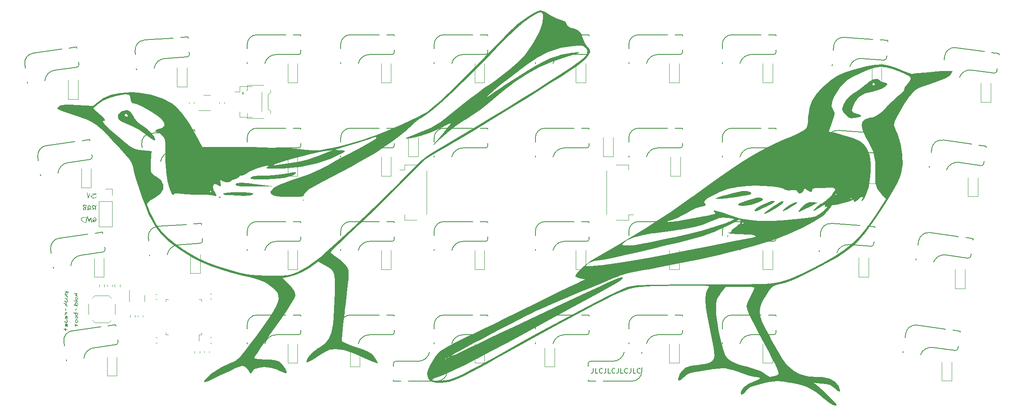
<source format=gbr>
%TF.GenerationSoftware,KiCad,Pcbnew,(7.0.0)*%
%TF.CreationDate,2023-09-12T00:15:12+02:00*%
%TF.ProjectId,tinyv pcb,74696e79-7620-4706-9362-2e6b69636164,rev?*%
%TF.SameCoordinates,Original*%
%TF.FileFunction,Legend,Bot*%
%TF.FilePolarity,Positive*%
%FSLAX46Y46*%
G04 Gerber Fmt 4.6, Leading zero omitted, Abs format (unit mm)*
G04 Created by KiCad (PCBNEW (7.0.0)) date 2023-09-12 00:15:12*
%MOMM*%
%LPD*%
G01*
G04 APERTURE LIST*
%ADD10C,0.150000*%
%ADD11C,0.120000*%
G04 APERTURE END LIST*
D10*
X169212201Y-92236130D02*
X169212201Y-92950416D01*
X169212201Y-92950416D02*
X169164582Y-93093273D01*
X169164582Y-93093273D02*
X169069344Y-93188511D01*
X169069344Y-93188511D02*
X168926487Y-93236130D01*
X168926487Y-93236130D02*
X168831249Y-93236130D01*
X170164582Y-93236130D02*
X169688392Y-93236130D01*
X169688392Y-93236130D02*
X169688392Y-92236130D01*
X171069344Y-93140892D02*
X171021725Y-93188511D01*
X171021725Y-93188511D02*
X170878868Y-93236130D01*
X170878868Y-93236130D02*
X170783630Y-93236130D01*
X170783630Y-93236130D02*
X170640773Y-93188511D01*
X170640773Y-93188511D02*
X170545535Y-93093273D01*
X170545535Y-93093273D02*
X170497916Y-92998035D01*
X170497916Y-92998035D02*
X170450297Y-92807559D01*
X170450297Y-92807559D02*
X170450297Y-92664702D01*
X170450297Y-92664702D02*
X170497916Y-92474226D01*
X170497916Y-92474226D02*
X170545535Y-92378988D01*
X170545535Y-92378988D02*
X170640773Y-92283750D01*
X170640773Y-92283750D02*
X170783630Y-92236130D01*
X170783630Y-92236130D02*
X170878868Y-92236130D01*
X170878868Y-92236130D02*
X171021725Y-92283750D01*
X171021725Y-92283750D02*
X171069344Y-92331369D01*
X171783630Y-92236130D02*
X171783630Y-92950416D01*
X171783630Y-92950416D02*
X171736011Y-93093273D01*
X171736011Y-93093273D02*
X171640773Y-93188511D01*
X171640773Y-93188511D02*
X171497916Y-93236130D01*
X171497916Y-93236130D02*
X171402678Y-93236130D01*
X172736011Y-93236130D02*
X172259821Y-93236130D01*
X172259821Y-93236130D02*
X172259821Y-92236130D01*
X173640773Y-93140892D02*
X173593154Y-93188511D01*
X173593154Y-93188511D02*
X173450297Y-93236130D01*
X173450297Y-93236130D02*
X173355059Y-93236130D01*
X173355059Y-93236130D02*
X173212202Y-93188511D01*
X173212202Y-93188511D02*
X173116964Y-93093273D01*
X173116964Y-93093273D02*
X173069345Y-92998035D01*
X173069345Y-92998035D02*
X173021726Y-92807559D01*
X173021726Y-92807559D02*
X173021726Y-92664702D01*
X173021726Y-92664702D02*
X173069345Y-92474226D01*
X173069345Y-92474226D02*
X173116964Y-92378988D01*
X173116964Y-92378988D02*
X173212202Y-92283750D01*
X173212202Y-92283750D02*
X173355059Y-92236130D01*
X173355059Y-92236130D02*
X173450297Y-92236130D01*
X173450297Y-92236130D02*
X173593154Y-92283750D01*
X173593154Y-92283750D02*
X173640773Y-92331369D01*
X174355059Y-92236130D02*
X174355059Y-92950416D01*
X174355059Y-92950416D02*
X174307440Y-93093273D01*
X174307440Y-93093273D02*
X174212202Y-93188511D01*
X174212202Y-93188511D02*
X174069345Y-93236130D01*
X174069345Y-93236130D02*
X173974107Y-93236130D01*
X175307440Y-93236130D02*
X174831250Y-93236130D01*
X174831250Y-93236130D02*
X174831250Y-92236130D01*
X176212202Y-93140892D02*
X176164583Y-93188511D01*
X176164583Y-93188511D02*
X176021726Y-93236130D01*
X176021726Y-93236130D02*
X175926488Y-93236130D01*
X175926488Y-93236130D02*
X175783631Y-93188511D01*
X175783631Y-93188511D02*
X175688393Y-93093273D01*
X175688393Y-93093273D02*
X175640774Y-92998035D01*
X175640774Y-92998035D02*
X175593155Y-92807559D01*
X175593155Y-92807559D02*
X175593155Y-92664702D01*
X175593155Y-92664702D02*
X175640774Y-92474226D01*
X175640774Y-92474226D02*
X175688393Y-92378988D01*
X175688393Y-92378988D02*
X175783631Y-92283750D01*
X175783631Y-92283750D02*
X175926488Y-92236130D01*
X175926488Y-92236130D02*
X176021726Y-92236130D01*
X176021726Y-92236130D02*
X176164583Y-92283750D01*
X176164583Y-92283750D02*
X176212202Y-92331369D01*
X176926488Y-92236130D02*
X176926488Y-92950416D01*
X176926488Y-92950416D02*
X176878869Y-93093273D01*
X176878869Y-93093273D02*
X176783631Y-93188511D01*
X176783631Y-93188511D02*
X176640774Y-93236130D01*
X176640774Y-93236130D02*
X176545536Y-93236130D01*
X177878869Y-93236130D02*
X177402679Y-93236130D01*
X177402679Y-93236130D02*
X177402679Y-92236130D01*
X178783631Y-93140892D02*
X178736012Y-93188511D01*
X178736012Y-93188511D02*
X178593155Y-93236130D01*
X178593155Y-93236130D02*
X178497917Y-93236130D01*
X178497917Y-93236130D02*
X178355060Y-93188511D01*
X178355060Y-93188511D02*
X178259822Y-93093273D01*
X178259822Y-93093273D02*
X178212203Y-92998035D01*
X178212203Y-92998035D02*
X178164584Y-92807559D01*
X178164584Y-92807559D02*
X178164584Y-92664702D01*
X178164584Y-92664702D02*
X178212203Y-92474226D01*
X178212203Y-92474226D02*
X178259822Y-92378988D01*
X178259822Y-92378988D02*
X178355060Y-92283750D01*
X178355060Y-92283750D02*
X178497917Y-92236130D01*
X178497917Y-92236130D02*
X178593155Y-92236130D01*
X178593155Y-92236130D02*
X178736012Y-92283750D01*
X178736012Y-92283750D02*
X178783631Y-92331369D01*
D11*
%TO.C,C2*%
X86802500Y-38240580D02*
X86802500Y-37959420D01*
X87822500Y-38240580D02*
X87822500Y-37959420D01*
%TO.C,C1*%
X93008750Y-38240580D02*
X93008750Y-37959420D01*
X94028750Y-38240580D02*
X94028750Y-37959420D01*
D10*
%TO.C,MX4*%
X128689824Y-27286030D02*
X128689824Y-27756030D01*
X128689824Y-24206030D02*
X128689824Y-24436030D01*
X128189824Y-28256030D02*
X123625000Y-28256030D01*
X127139824Y-24206030D02*
X128689824Y-24206030D01*
X119739824Y-24206030D02*
X125639824Y-24206030D01*
X117739824Y-29856030D02*
X117739824Y-30096030D01*
X117739824Y-27006030D02*
X117739824Y-26206030D01*
X128189824Y-28256030D02*
G75*
G03*
X128689824Y-27756030I-1J500001D01*
G01*
X123625000Y-28256030D02*
G75*
G03*
X121330678Y-30096030I-863J-2349335D01*
G01*
X119739824Y-24206030D02*
G75*
G03*
X117739824Y-26206030I5J-2000005D01*
G01*
D11*
%TO.C,D21*%
X67505464Y-73647500D02*
X67505464Y-69787500D01*
X69505464Y-73647500D02*
X67505464Y-73647500D01*
X69505464Y-73647500D02*
X69505464Y-69787500D01*
%TO.C,D34*%
X119650000Y-91903750D02*
X119650000Y-88043750D01*
X121650000Y-91903750D02*
X119650000Y-91903750D01*
X121650000Y-91903750D02*
X121650000Y-88043750D01*
D10*
%TO.C,MX23*%
X109639824Y-65386030D02*
X109639824Y-65856030D01*
X109639824Y-62306030D02*
X109639824Y-62536030D01*
X109139824Y-66356030D02*
X104575000Y-66356030D01*
X108089824Y-62306030D02*
X109639824Y-62306030D01*
X100689824Y-62306030D02*
X106589824Y-62306030D01*
X98689824Y-67956030D02*
X98689824Y-68196030D01*
X98689824Y-65106030D02*
X98689824Y-64306030D01*
X109139824Y-66356030D02*
G75*
G03*
X109639824Y-65856030I-1J500001D01*
G01*
X104575000Y-66356030D02*
G75*
G03*
X102280678Y-68196030I-863J-2349335D01*
G01*
X100689824Y-62306030D02*
G75*
G03*
X98689824Y-64306030I5J-2000005D01*
G01*
D11*
%TO.C,D8*%
X203787500Y-33960000D02*
X203787500Y-30100000D01*
X205787500Y-33960000D02*
X203787500Y-33960000D01*
X205787500Y-33960000D02*
X205787500Y-30100000D01*
D10*
%TO.C,MX12*%
X88202355Y-46743855D02*
X88235140Y-47212710D01*
X87987505Y-43671357D02*
X88003549Y-43900797D01*
X87771237Y-47746370D02*
X83217532Y-48064796D01*
X86441281Y-43779480D02*
X87987505Y-43671357D01*
X79059307Y-44295678D02*
X84944935Y-43884114D01*
X77458303Y-50071428D02*
X77475044Y-50310843D01*
X77259497Y-47228370D02*
X77203692Y-46430319D01*
X87771237Y-47746369D02*
G75*
G03*
X88235139Y-47212710I-34880J498782D01*
G01*
X83217532Y-48064796D02*
G75*
G03*
X81057151Y-50060358I163018J-2343669D01*
G01*
X79059307Y-44295678D02*
G75*
G03*
X77203693Y-46430319I139518J-1995132D01*
G01*
D11*
%TO.C,J6*%
X173910000Y-61966250D02*
X176410000Y-61966250D01*
X176410000Y-61966250D02*
X176410000Y-60916250D01*
X176410000Y-60916250D02*
X177400000Y-60916250D01*
X171940000Y-60796250D02*
X171940000Y-51916250D01*
X173910000Y-50746250D02*
X176410000Y-50746250D01*
X176410000Y-50746250D02*
X176410000Y-51796250D01*
%TO.C,D33*%
X106950000Y-91110000D02*
X106950000Y-87250000D01*
X108950000Y-91110000D02*
X106950000Y-91110000D01*
X108950000Y-91110000D02*
X108950000Y-87250000D01*
%TO.C,D23*%
X106950000Y-72060000D02*
X106950000Y-68200000D01*
X108950000Y-72060000D02*
X106950000Y-72060000D01*
X108950000Y-72060000D02*
X108950000Y-68200000D01*
D10*
%TO.C,MX34*%
X128689824Y-84436030D02*
X128689824Y-84906030D01*
X128689824Y-81356030D02*
X128689824Y-81586030D01*
X128189824Y-85406030D02*
X123625000Y-85406030D01*
X127139824Y-81356030D02*
X128689824Y-81356030D01*
X119739824Y-81356030D02*
X125639824Y-81356030D01*
X117739824Y-87006030D02*
X117739824Y-87246030D01*
X117739824Y-84156030D02*
X117739824Y-83356030D01*
X128189824Y-85406030D02*
G75*
G03*
X128689824Y-84906030I-1J500001D01*
G01*
X123625000Y-85406030D02*
G75*
G03*
X121330678Y-87246030I-863J-2349335D01*
G01*
X119739824Y-81356030D02*
G75*
G03*
X117739824Y-83356030I5J-2000005D01*
G01*
D11*
%TO.C,D2*%
X84421634Y-34808148D02*
X84421634Y-30948148D01*
X86421634Y-34808148D02*
X84421634Y-34808148D01*
X86421634Y-34808148D02*
X86421634Y-30948148D01*
D10*
%TO.C,MX8*%
X206477324Y-27286030D02*
X206477324Y-27756030D01*
X206477324Y-24206030D02*
X206477324Y-24436030D01*
X205977324Y-28256030D02*
X201412500Y-28256030D01*
X204927324Y-24206030D02*
X206477324Y-24206030D01*
X197527324Y-24206030D02*
X203427324Y-24206030D01*
X195527324Y-29856030D02*
X195527324Y-30096030D01*
X195527324Y-27006030D02*
X195527324Y-26206030D01*
X205977324Y-28256030D02*
G75*
G03*
X206477324Y-27756030I-1J500001D01*
G01*
X201412500Y-28256030D02*
G75*
G03*
X199118178Y-30096030I-863J-2349335D01*
G01*
X197527324Y-24206030D02*
G75*
G03*
X195527324Y-26206030I5J-2000005D01*
G01*
D11*
%TO.C,SW1*%
X71776250Y-81208750D02*
X71776250Y-79128750D01*
X70506250Y-82888750D02*
X70996250Y-82398750D01*
X70506250Y-82888750D02*
X67606250Y-82888750D01*
X70506250Y-77448750D02*
X70996250Y-77938750D01*
X70506250Y-77448750D02*
X67606250Y-77448750D01*
X67606250Y-82888750D02*
X67116250Y-82398750D01*
X67606250Y-77448750D02*
X67116250Y-77938750D01*
X66336250Y-81208750D02*
X66336250Y-79128750D01*
D10*
%TO.C,MX40*%
X243606464Y-87729406D02*
X243541052Y-88194832D01*
X244035117Y-84679380D02*
X244003107Y-84907142D01*
X242976332Y-88620379D02*
X238455932Y-87985079D01*
X242500201Y-84463662D02*
X244035117Y-84679380D01*
X235172218Y-83433781D02*
X241014799Y-84254902D01*
X232405354Y-88750449D02*
X232371952Y-88988114D01*
X232801997Y-85928185D02*
X232913335Y-85135971D01*
X242976332Y-88620378D02*
G75*
G03*
X243541052Y-88194832I69586J495134D01*
G01*
X238455932Y-87985079D02*
G75*
G03*
X235927861Y-89487864I-327818J-2326351D01*
G01*
X235172218Y-83433781D02*
G75*
G03*
X232913336Y-85135971I-278342J-1980542D01*
G01*
D11*
%TO.C,D28*%
X203787500Y-72060000D02*
X203787500Y-68200000D01*
X205787500Y-72060000D02*
X203787500Y-72060000D01*
X205787500Y-72060000D02*
X205787500Y-68200000D01*
D10*
%TO.C,MX15*%
X147739824Y-46336030D02*
X147739824Y-46806030D01*
X147739824Y-43256030D02*
X147739824Y-43486030D01*
X147239824Y-47306030D02*
X142675000Y-47306030D01*
X146189824Y-43256030D02*
X147739824Y-43256030D01*
X138789824Y-43256030D02*
X144689824Y-43256030D01*
X136789824Y-48906030D02*
X136789824Y-49146030D01*
X136789824Y-46056030D02*
X136789824Y-45256030D01*
X147239824Y-47306030D02*
G75*
G03*
X147739824Y-46806030I-1J500001D01*
G01*
X142675000Y-47306030D02*
G75*
G03*
X140380678Y-49146030I-863J-2349335D01*
G01*
X138789824Y-43256030D02*
G75*
G03*
X136789824Y-45256030I5J-2000005D01*
G01*
%TO.C,MX27*%
X187427324Y-65386030D02*
X187427324Y-65856030D01*
X187427324Y-62306030D02*
X187427324Y-62536030D01*
X186927324Y-66356030D02*
X182362500Y-66356030D01*
X185877324Y-62306030D02*
X187427324Y-62306030D01*
X178477324Y-62306030D02*
X184377324Y-62306030D01*
X176477324Y-67956030D02*
X176477324Y-68196030D01*
X176477324Y-65106030D02*
X176477324Y-64306030D01*
X186927324Y-66356030D02*
G75*
G03*
X187427324Y-65856030I-1J500001D01*
G01*
X182362500Y-66356030D02*
G75*
G03*
X180068178Y-68196030I-863J-2349335D01*
G01*
X178477324Y-62306030D02*
G75*
G03*
X176477324Y-64306030I5J-2000005D01*
G01*
%TO.C,MX1*%
X64351340Y-29782316D02*
X64416751Y-30247742D01*
X63922687Y-26732290D02*
X63954697Y-26960052D01*
X63991204Y-30812462D02*
X59470804Y-31447763D01*
X62387771Y-26948008D02*
X63922687Y-26732290D01*
X55059788Y-27977889D02*
X60902369Y-27156768D01*
X53865579Y-33851250D02*
X53898981Y-34088914D01*
X53468936Y-31028986D02*
X53357598Y-30236772D01*
X63991204Y-30812461D02*
G75*
G03*
X64416750Y-30247742I-69588J495134D01*
G01*
X59470804Y-31447764D02*
G75*
G03*
X57454889Y-33589164I326110J-2326591D01*
G01*
X55059788Y-27977890D02*
G75*
G03*
X53357598Y-30236772I278351J-1980540D01*
G01*
D11*
%TO.C,Q1*%
X77760000Y-77972814D02*
X77760000Y-77322814D01*
X77760000Y-77972814D02*
X77760000Y-78622814D01*
X74640000Y-77972814D02*
X74640000Y-76297814D01*
X74640000Y-77972814D02*
X74640000Y-78622814D01*
%TO.C,G\u002A\u002A\u002A*%
G36*
X110222464Y-57908798D02*
G01*
X110079768Y-58051494D01*
X109937071Y-57908798D01*
X110079768Y-57766101D01*
X110222464Y-57908798D01*
G37*
G36*
X93289131Y-57290446D02*
G01*
X93333780Y-57376287D01*
X93098869Y-57480708D01*
X92947783Y-57460112D01*
X92908607Y-57290446D01*
X92950436Y-57256290D01*
X93289131Y-57290446D01*
G37*
G36*
X98793830Y-54484966D02*
G01*
X100627623Y-54685386D01*
X104086509Y-55118992D01*
X100321892Y-55158277D01*
X98844517Y-55155149D01*
X97580660Y-55110253D01*
X96733470Y-55026979D01*
X96379646Y-54910153D01*
X96335393Y-54660963D01*
X96677318Y-54471188D01*
X97486929Y-54413044D01*
X98793830Y-54484966D01*
G37*
G36*
X98022388Y-56355636D02*
G01*
X98997925Y-56403041D01*
X99687107Y-56486207D01*
X99948307Y-56605572D01*
X99732766Y-56825368D01*
X99163476Y-57006216D01*
X98878292Y-57039945D01*
X97968579Y-57068309D01*
X96951678Y-57027653D01*
X96535559Y-56997405D01*
X95452863Y-56937405D01*
X94580340Y-56912402D01*
X94497357Y-56911282D01*
X93928711Y-56823066D01*
X93812352Y-56624528D01*
X94089251Y-56514876D01*
X94793929Y-56423613D01*
X95778763Y-56366360D01*
X96902125Y-56343555D01*
X98022388Y-56355636D01*
G37*
G36*
X108583930Y-52275313D02*
G01*
X108714344Y-52424921D01*
X108355142Y-52710071D01*
X108098889Y-52826990D01*
X107330889Y-53092262D01*
X106392089Y-53352502D01*
X106009530Y-53431113D01*
X105015304Y-53564083D01*
X103824098Y-53661706D01*
X102563458Y-53721015D01*
X101360932Y-53739040D01*
X100344069Y-53712814D01*
X99640416Y-53639369D01*
X99377521Y-53515736D01*
X99377521Y-53514953D01*
X99550307Y-53230847D01*
X100107714Y-53044741D01*
X101110576Y-52945492D01*
X102619726Y-52921960D01*
X102663876Y-52922147D01*
X104057331Y-52869522D01*
X105486100Y-52725276D01*
X106647558Y-52519636D01*
X107120678Y-52412440D01*
X108030506Y-52268677D01*
X108583930Y-52275313D01*
G37*
G36*
X75401692Y-40642506D02*
G01*
X75548662Y-40865147D01*
X75700502Y-41161391D01*
X76432776Y-42106289D01*
X77549080Y-42903962D01*
X78343798Y-43453212D01*
X79160715Y-44218486D01*
X79746523Y-44985852D01*
X79970779Y-45609573D01*
X79967694Y-45656537D01*
X79745585Y-45768198D01*
X79167640Y-45451310D01*
X78227252Y-44702436D01*
X77722451Y-44307586D01*
X76555433Y-43552121D01*
X75404487Y-42963196D01*
X75070517Y-42821951D01*
X73873365Y-42301195D01*
X73092831Y-41918458D01*
X72635725Y-41614679D01*
X72408853Y-41330795D01*
X72319023Y-41007746D01*
X72368781Y-40642506D01*
X73692127Y-40642506D01*
X73746581Y-40778895D01*
X74137060Y-40927899D01*
X74340912Y-40886831D01*
X74405610Y-40642506D01*
X74347196Y-40564564D01*
X73960677Y-40357112D01*
X73896962Y-40365281D01*
X73692127Y-40642506D01*
X72368781Y-40642506D01*
X72384415Y-40527751D01*
X72944658Y-39925047D01*
X73345430Y-39699380D01*
X74201577Y-39538335D01*
X74927233Y-39923763D01*
X75401692Y-40642506D01*
G37*
G36*
X168570054Y-27455023D02*
G01*
X168593785Y-27719016D01*
X168317997Y-28335779D01*
X168221383Y-28491537D01*
X167654756Y-29132722D01*
X166798536Y-29904858D01*
X165797329Y-30673817D01*
X165383484Y-30959984D01*
X164138905Y-31787913D01*
X162500730Y-32847196D01*
X160536108Y-34096623D01*
X158312186Y-35494981D01*
X155896112Y-37001060D01*
X153355035Y-38573648D01*
X150756102Y-40171532D01*
X148166462Y-41753502D01*
X145653262Y-43278346D01*
X143283650Y-44704852D01*
X141124774Y-45991808D01*
X139243782Y-47098004D01*
X137707822Y-47982227D01*
X136584043Y-48603266D01*
X136019878Y-48932189D01*
X135123044Y-49575164D01*
X134100128Y-50456609D01*
X132873545Y-51644996D01*
X131365713Y-53208798D01*
X130363282Y-54250454D01*
X128911183Y-55719531D01*
X127226574Y-57392882D01*
X125408786Y-59172662D01*
X123557148Y-60961024D01*
X121770989Y-62660126D01*
X121292353Y-63111883D01*
X119781009Y-64545419D01*
X118429147Y-65838242D01*
X117288187Y-66940455D01*
X116409551Y-67802163D01*
X115844660Y-68373469D01*
X115644936Y-68604477D01*
X115649591Y-68624926D01*
X115924272Y-68894528D01*
X116492519Y-69274052D01*
X116726266Y-69422598D01*
X117539610Y-70027592D01*
X118347575Y-70724901D01*
X118675854Y-71045501D01*
X119121445Y-71617712D01*
X119313713Y-72254125D01*
X119355049Y-73206999D01*
X119354734Y-73253909D01*
X119311154Y-74058977D01*
X119202356Y-75302780D01*
X119040297Y-76869102D01*
X118836934Y-78641728D01*
X118604226Y-80504442D01*
X118555225Y-80883903D01*
X118341967Y-82619515D01*
X118170549Y-84154605D01*
X118049986Y-85397942D01*
X117989293Y-86258295D01*
X117997486Y-86644434D01*
X118194495Y-86813118D01*
X118845898Y-87141714D01*
X119832553Y-87543416D01*
X121034465Y-87966010D01*
X122150937Y-88342242D01*
X123133413Y-88722130D01*
X123792184Y-89072151D01*
X124252055Y-89461323D01*
X124637834Y-89958664D01*
X124829579Y-90248403D01*
X125200842Y-90866786D01*
X125348307Y-91207314D01*
X125318946Y-91242738D01*
X124901647Y-91165636D01*
X124001267Y-90824081D01*
X122631746Y-90223711D01*
X120807024Y-89370165D01*
X119957505Y-89005954D01*
X118332386Y-88514353D01*
X116818956Y-88303265D01*
X115589064Y-88404492D01*
X115497191Y-88433932D01*
X114867398Y-88731971D01*
X113969424Y-89242568D01*
X112965824Y-89874623D01*
X112647403Y-90081569D01*
X111776266Y-90608740D01*
X111132816Y-90940234D01*
X110837891Y-91011490D01*
X110777550Y-90701221D01*
X111040122Y-90114259D01*
X111576659Y-89415854D01*
X112286938Y-88732606D01*
X113070731Y-88191112D01*
X113385941Y-88013451D01*
X114581973Y-87152554D01*
X115398047Y-86134635D01*
X115916086Y-84827106D01*
X116218014Y-83097377D01*
X116325793Y-81883573D01*
X116427095Y-80295933D01*
X116509696Y-78548482D01*
X116562233Y-76847520D01*
X116584843Y-75571547D01*
X116572606Y-74221460D01*
X116472958Y-73259057D01*
X116245294Y-72578172D01*
X115849012Y-72072642D01*
X115243509Y-71636300D01*
X114388182Y-71162982D01*
X113163518Y-70513299D01*
X112192430Y-71242608D01*
X111267469Y-71868510D01*
X109804554Y-72669824D01*
X108338986Y-73293269D01*
X107085392Y-73638170D01*
X105898900Y-73827897D01*
X107204502Y-75153431D01*
X107764440Y-75760774D01*
X108333787Y-76589947D01*
X108510105Y-77285499D01*
X108472128Y-77507539D01*
X108216354Y-78109348D01*
X107700271Y-79016666D01*
X106901293Y-80265711D01*
X105796836Y-81892700D01*
X104364314Y-83933853D01*
X103452942Y-85223919D01*
X102401355Y-86728374D01*
X101500282Y-88035377D01*
X100795186Y-89078281D01*
X100331526Y-89790438D01*
X100154764Y-90105202D01*
X100153428Y-90113989D01*
X100374462Y-90296084D01*
X101105122Y-90404688D01*
X102374150Y-90444190D01*
X103394495Y-90475419D01*
X104563921Y-90612723D01*
X105257349Y-90847752D01*
X105549267Y-91101956D01*
X106025524Y-91684256D01*
X106460540Y-92358144D01*
X106745015Y-92947971D01*
X106769652Y-93278090D01*
X106593461Y-93265939D01*
X106025281Y-93066243D01*
X105225478Y-92708207D01*
X104767837Y-92509527D01*
X103481688Y-92147432D01*
X102196477Y-92020087D01*
X101044790Y-92120969D01*
X100159211Y-92443557D01*
X99672325Y-92981331D01*
X99634071Y-93080483D01*
X99470057Y-93359202D01*
X99268060Y-93234650D01*
X98911676Y-92657231D01*
X98388252Y-91999167D01*
X97776398Y-91729703D01*
X97729201Y-91733270D01*
X97183009Y-91895411D01*
X96265656Y-92263401D01*
X95092998Y-92788204D01*
X93780892Y-93420783D01*
X93377818Y-93621227D01*
X91846749Y-94363824D01*
X90774677Y-94841272D01*
X90128064Y-95061990D01*
X89873371Y-95034396D01*
X89977058Y-94766907D01*
X90405587Y-94267941D01*
X91525210Y-93242043D01*
X93316213Y-92031094D01*
X95167429Y-91203934D01*
X95168942Y-91203444D01*
X95772914Y-90983506D01*
X96286892Y-90708873D01*
X96796787Y-90298726D01*
X97388512Y-89672244D01*
X98147980Y-88748609D01*
X99161103Y-87447000D01*
X100379262Y-85851081D01*
X101921032Y-83771293D01*
X103126623Y-82053606D01*
X104020945Y-80658341D01*
X104628907Y-79545824D01*
X104975418Y-78676376D01*
X105085386Y-78010320D01*
X105075796Y-77688191D01*
X104939216Y-77008514D01*
X104570002Y-76409400D01*
X103878446Y-75773296D01*
X102774838Y-74982652D01*
X102172331Y-74626198D01*
X100811513Y-74084120D01*
X99011726Y-73648709D01*
X97726094Y-73371910D01*
X95510532Y-72787842D01*
X93235412Y-72076855D01*
X91056616Y-71292674D01*
X89130023Y-70489024D01*
X87611515Y-69719627D01*
X87213263Y-69485998D01*
X84781429Y-67945714D01*
X82820792Y-66465412D01*
X81259084Y-64977524D01*
X80024038Y-63414484D01*
X79043386Y-61708724D01*
X78659756Y-60878615D01*
X78011948Y-59326590D01*
X77348945Y-57589097D01*
X76719990Y-55807618D01*
X76174327Y-54123636D01*
X75761202Y-52678632D01*
X75529858Y-51614089D01*
X75498928Y-51424205D01*
X75347293Y-50823984D01*
X75074528Y-50237903D01*
X74611295Y-49560258D01*
X73888259Y-48685346D01*
X72836083Y-47507465D01*
X72748078Y-47410633D01*
X71213777Y-45739269D01*
X69960465Y-44431282D01*
X68899874Y-43422000D01*
X67943737Y-42646751D01*
X67003788Y-42040865D01*
X65991757Y-41539669D01*
X64819380Y-41078492D01*
X63398388Y-40592662D01*
X62870128Y-40418141D01*
X61549298Y-39974754D01*
X60678466Y-39657081D01*
X60187487Y-39426034D01*
X60006215Y-39242526D01*
X60018442Y-39205806D01*
X67303999Y-39205806D01*
X68708135Y-40494942D01*
X69015363Y-40781298D01*
X69590475Y-41374084D01*
X69762038Y-41690501D01*
X69565658Y-41784079D01*
X69492849Y-41785174D01*
X69257275Y-41858526D01*
X69367536Y-42120493D01*
X69857272Y-42673701D01*
X70219178Y-43033242D01*
X71019090Y-43772586D01*
X72030135Y-44668261D01*
X73117153Y-45598982D01*
X73797108Y-46167840D01*
X74678101Y-46872395D01*
X75342429Y-47316283D01*
X75926354Y-47568845D01*
X76566140Y-47699416D01*
X77398052Y-47777337D01*
X79257296Y-47920034D01*
X79167442Y-48776214D01*
X79141290Y-49059204D01*
X79075563Y-50008872D01*
X79024746Y-51048034D01*
X79011524Y-51704988D01*
X79103556Y-52293212D01*
X79428378Y-52685126D01*
X80100454Y-53098964D01*
X80106408Y-53102320D01*
X81141647Y-53903005D01*
X81626092Y-54791456D01*
X81563018Y-55718586D01*
X80955699Y-56635309D01*
X79807409Y-57492536D01*
X79088960Y-57946541D01*
X78488919Y-58425260D01*
X78258419Y-58752876D01*
X78288169Y-58895633D01*
X78516085Y-59500161D01*
X78919748Y-60409769D01*
X79440489Y-61488677D01*
X80169590Y-62813856D01*
X81105955Y-64143372D01*
X82242787Y-65358078D01*
X83688111Y-66571268D01*
X85549949Y-67896236D01*
X86929674Y-68786431D01*
X88699973Y-69786034D01*
X90541330Y-70639189D01*
X92618596Y-71420276D01*
X95096622Y-72203675D01*
X95689818Y-72377792D01*
X97134418Y-72775203D01*
X98335977Y-73039570D01*
X99497938Y-73202273D01*
X100823746Y-73294693D01*
X102516846Y-73348211D01*
X102727316Y-73352602D01*
X104249966Y-73360195D01*
X105640517Y-73328471D01*
X106752900Y-73262763D01*
X107441044Y-73168406D01*
X109029826Y-72607912D01*
X111142209Y-71433354D01*
X113417875Y-69729783D01*
X113678214Y-69510259D01*
X114967954Y-68383894D01*
X116562712Y-66944260D01*
X118384714Y-65265360D01*
X120356188Y-63421195D01*
X122399363Y-61485767D01*
X124436465Y-59533079D01*
X126389724Y-57637132D01*
X128181366Y-55871928D01*
X129733620Y-54311470D01*
X130968714Y-53029758D01*
X131599530Y-52364500D01*
X133040917Y-50906429D01*
X134252573Y-49792182D01*
X135321811Y-48944594D01*
X136335947Y-48286500D01*
X138223920Y-47187290D01*
X141632086Y-45182887D01*
X145047747Y-43150046D01*
X148414963Y-41123314D01*
X151677791Y-39137241D01*
X154780292Y-37226376D01*
X157666524Y-35425268D01*
X160280546Y-33768466D01*
X162566417Y-32290518D01*
X164468196Y-31025974D01*
X165929943Y-30009382D01*
X166608848Y-29502490D01*
X167525966Y-28694528D01*
X167985996Y-28034087D01*
X168026135Y-27455023D01*
X167683581Y-26891194D01*
X167642874Y-26846750D01*
X167308224Y-26566349D01*
X166872370Y-26430154D01*
X166180383Y-26414706D01*
X165077333Y-26496544D01*
X162681309Y-26864583D01*
X160064453Y-27676101D01*
X157816596Y-28865208D01*
X157162999Y-29315107D01*
X155953996Y-30181160D01*
X154580403Y-31195028D01*
X153131719Y-32287691D01*
X151697442Y-33390127D01*
X150367071Y-34433316D01*
X149230104Y-35348238D01*
X148376039Y-36065870D01*
X147894374Y-36517193D01*
X147658450Y-36795360D01*
X147631060Y-36912573D01*
X147984044Y-36702735D01*
X148750554Y-36151694D01*
X148933890Y-36017969D01*
X150042726Y-35248269D01*
X151440192Y-34324020D01*
X153017344Y-33312732D01*
X154665237Y-32281917D01*
X156274927Y-31299085D01*
X157737471Y-30431747D01*
X158943925Y-29747416D01*
X159785344Y-29313600D01*
X160528248Y-29010941D01*
X161941383Y-28557191D01*
X163469431Y-28174031D01*
X164899037Y-27912478D01*
X166016846Y-27823547D01*
X166216095Y-27829824D01*
X166450286Y-27881612D01*
X166206644Y-28006294D01*
X165446060Y-28231846D01*
X163463256Y-28815137D01*
X160713682Y-29777972D01*
X158183644Y-30888594D01*
X155762052Y-32209741D01*
X153337819Y-33804152D01*
X150799855Y-35734565D01*
X148037071Y-38063719D01*
X147549675Y-38473021D01*
X146233228Y-39481287D01*
X144759661Y-40512720D01*
X143365836Y-41398235D01*
X142918927Y-41672807D01*
X141351469Y-42744638D01*
X139747535Y-43975521D01*
X138371454Y-45166042D01*
X138009587Y-45505305D01*
X137153093Y-46293756D01*
X136673615Y-46702080D01*
X136573094Y-46722338D01*
X136853469Y-46346591D01*
X137516681Y-45566902D01*
X138564668Y-44375332D01*
X138857386Y-44041437D01*
X139538029Y-43232517D01*
X140011323Y-42621617D01*
X140188756Y-42320710D01*
X140170697Y-42300745D01*
X139830271Y-42395806D01*
X139147342Y-42714338D01*
X138238585Y-43203522D01*
X137497137Y-43588368D01*
X135685672Y-44335513D01*
X133792456Y-44901402D01*
X133457757Y-44980303D01*
X132063956Y-45289368D01*
X131216483Y-45436047D01*
X130914302Y-45419306D01*
X131156376Y-45238107D01*
X131941668Y-44891414D01*
X133269141Y-44378190D01*
X134010108Y-44098029D01*
X135114009Y-43653250D01*
X136074066Y-43207380D01*
X136987252Y-42699601D01*
X137950540Y-42069093D01*
X139060905Y-41255040D01*
X140415318Y-40196621D01*
X142110753Y-38833019D01*
X142664820Y-38388178D01*
X144152247Y-37223172D01*
X145641201Y-36092844D01*
X146985028Y-35107460D01*
X148037071Y-34377281D01*
X149144333Y-33616542D01*
X150683255Y-32475895D01*
X152180172Y-31283125D01*
X153526008Y-30129135D01*
X154611687Y-29104824D01*
X155328135Y-28301094D01*
X155950707Y-27454094D01*
X156847148Y-26146210D01*
X157558797Y-24949499D01*
X158211413Y-23661607D01*
X158391864Y-23256402D01*
X158798877Y-22060021D01*
X159002293Y-20972578D01*
X158984801Y-20127891D01*
X158729090Y-19659780D01*
X158711166Y-19649818D01*
X158208572Y-19687147D01*
X157382908Y-20082211D01*
X156302239Y-20783807D01*
X155034630Y-21740731D01*
X153648148Y-22901781D01*
X152210858Y-24215753D01*
X150790825Y-25631444D01*
X148326777Y-28184921D01*
X145336786Y-31226141D01*
X142644524Y-33894802D01*
X140261524Y-36180127D01*
X138199319Y-38071338D01*
X136469442Y-39557659D01*
X135083425Y-40628313D01*
X134052801Y-41272523D01*
X133840317Y-41387295D01*
X132943536Y-42007147D01*
X132242755Y-42679016D01*
X131795853Y-43151888D01*
X130861754Y-43978136D01*
X129633564Y-44960533D01*
X128219419Y-46016342D01*
X126727454Y-47062824D01*
X125265808Y-48017241D01*
X124730577Y-48344352D01*
X123385006Y-49134718D01*
X121716480Y-50086411D01*
X119845581Y-51132804D01*
X117892891Y-52207270D01*
X115978992Y-53243182D01*
X114224466Y-54173913D01*
X112749895Y-54932837D01*
X112660426Y-54978008D01*
X111419964Y-55664127D01*
X110669845Y-56224055D01*
X110357707Y-56696393D01*
X110319390Y-56835293D01*
X110190821Y-57072123D01*
X109917890Y-57215656D01*
X109394040Y-57285456D01*
X108512714Y-57301084D01*
X107167357Y-57282103D01*
X105849083Y-57240832D01*
X104764967Y-57151820D01*
X104080234Y-57006390D01*
X103703128Y-56791548D01*
X103495650Y-56553242D01*
X103460426Y-56220857D01*
X103820192Y-55744479D01*
X103853941Y-55707162D01*
X104112969Y-55443072D01*
X104412972Y-55213223D01*
X104837320Y-54981684D01*
X105469388Y-54712520D01*
X106392547Y-54369799D01*
X107690170Y-53917587D01*
X109445629Y-53319952D01*
X109466487Y-53312872D01*
X111016317Y-52748035D01*
X112546386Y-52124161D01*
X113881336Y-51516564D01*
X114845807Y-51000563D01*
X115197781Y-50789135D01*
X116265952Y-50179310D01*
X117639581Y-49423287D01*
X119179245Y-48597239D01*
X120745521Y-47777337D01*
X121131711Y-47576806D01*
X122681486Y-46743516D01*
X123863391Y-46059606D01*
X124654359Y-45544114D01*
X125031326Y-45216080D01*
X124971223Y-45094541D01*
X124450986Y-45198536D01*
X123447549Y-45547104D01*
X123006669Y-45707277D01*
X121791592Y-46110150D01*
X120356744Y-46550358D01*
X118926959Y-46957742D01*
X118327242Y-47121192D01*
X117291465Y-47411804D01*
X116737972Y-47593664D01*
X116618215Y-47693640D01*
X116883648Y-47738602D01*
X117485723Y-47755419D01*
X118112955Y-47783500D01*
X118151643Y-47792171D01*
X118544603Y-47880243D01*
X118551570Y-48070615D01*
X118106552Y-48381673D01*
X117182243Y-48840475D01*
X115751338Y-49474079D01*
X113098673Y-50427993D01*
X109631561Y-51197312D01*
X106084262Y-51495381D01*
X104700194Y-51512402D01*
X103613410Y-51513988D01*
X102955396Y-51490465D01*
X102650978Y-51435114D01*
X102624984Y-51341218D01*
X102802240Y-51202056D01*
X103043862Y-50979536D01*
X102789782Y-50944278D01*
X102048423Y-51103195D01*
X100843767Y-51453211D01*
X100028091Y-51740550D01*
X99169735Y-52123200D01*
X98657505Y-52452088D01*
X98289813Y-52722090D01*
X97679721Y-52914416D01*
X97361168Y-52976679D01*
X96808981Y-53342506D01*
X96548426Y-53563315D01*
X95917857Y-53770596D01*
X95619438Y-53819279D01*
X95382015Y-54055989D01*
X95341847Y-54171764D01*
X94953245Y-54324302D01*
X94317831Y-54280133D01*
X93641701Y-54041028D01*
X93345085Y-53901305D01*
X93178507Y-53980922D01*
X93271024Y-54499844D01*
X93360366Y-54916007D01*
X93279503Y-55114682D01*
X92870889Y-54942895D01*
X92458957Y-54749758D01*
X92036791Y-54626775D01*
X91831967Y-54769826D01*
X91753473Y-55254378D01*
X91867463Y-55872724D01*
X92044936Y-56196438D01*
X92158783Y-56404098D01*
X92185096Y-56433767D01*
X92449926Y-56904018D01*
X92351539Y-57154146D01*
X91939135Y-57041394D01*
X91876163Y-57014637D01*
X91324236Y-56927959D01*
X90405087Y-56876542D01*
X89280260Y-56870754D01*
X89228507Y-56871592D01*
X87848843Y-56857259D01*
X86448107Y-56786114D01*
X85321903Y-56672931D01*
X84766381Y-56597589D01*
X84076055Y-56550140D01*
X83748993Y-56640907D01*
X83656844Y-56886342D01*
X83612521Y-56968087D01*
X83401594Y-56743609D01*
X83111889Y-56196438D01*
X91101116Y-56196438D01*
X91243813Y-56339135D01*
X91386509Y-56196438D01*
X91243813Y-56053742D01*
X91101116Y-56196438D01*
X83111889Y-56196438D01*
X83080607Y-56137356D01*
X82859547Y-55572799D01*
X82469549Y-54054780D01*
X82187818Y-52190573D01*
X82083381Y-50794288D01*
X103997362Y-50794288D01*
X104235947Y-50822174D01*
X104937493Y-50751992D01*
X106084262Y-50593898D01*
X107826268Y-50325323D01*
X109426578Y-50029283D01*
X110789017Y-49702247D01*
X112089637Y-49301258D01*
X113504487Y-48783360D01*
X116073026Y-47792171D01*
X114387043Y-47972030D01*
X113894760Y-48046012D01*
X112764954Y-48277078D01*
X111310364Y-48620825D01*
X109665706Y-49044844D01*
X107965695Y-49516730D01*
X106236757Y-50020665D01*
X104980029Y-50403689D01*
X104239477Y-50658178D01*
X103997362Y-50794288D01*
X82083381Y-50794288D01*
X82033539Y-50127927D01*
X82025895Y-48014589D01*
X82050121Y-47180892D01*
X82042076Y-46247540D01*
X81953047Y-45639678D01*
X81754861Y-45208178D01*
X81419346Y-44803915D01*
X81350961Y-44732968D01*
X80785441Y-44260512D01*
X80349121Y-44067225D01*
X80076888Y-44029395D01*
X79968886Y-43833291D01*
X80251485Y-43568912D01*
X80846243Y-43349506D01*
X81298708Y-43215114D01*
X81810912Y-42814165D01*
X81784327Y-42233014D01*
X81220772Y-41462505D01*
X81138650Y-41380480D01*
X80411929Y-40792054D01*
X79408385Y-40117811D01*
X78275764Y-39441980D01*
X77161810Y-38848788D01*
X76214269Y-38422465D01*
X75580885Y-38247239D01*
X75415069Y-38227563D01*
X75046214Y-37965562D01*
X74886967Y-37289135D01*
X74790346Y-36718765D01*
X74504548Y-36421853D01*
X73846804Y-36361607D01*
X73311518Y-36397795D01*
X71990874Y-36670345D01*
X70562769Y-37142329D01*
X69252725Y-37732682D01*
X68286265Y-38360340D01*
X67303999Y-39205806D01*
X60018442Y-39205806D01*
X60064505Y-39067468D01*
X60292211Y-38861772D01*
X60603766Y-38657034D01*
X61037400Y-38518755D01*
X61684138Y-38459368D01*
X62662522Y-38468729D01*
X64091090Y-38536693D01*
X67270779Y-38713003D01*
X68358840Y-37839710D01*
X69411358Y-37119311D01*
X70985223Y-36443209D01*
X72849955Y-36069839D01*
X75119094Y-35967759D01*
X76528623Y-36040318D01*
X79056866Y-36459499D01*
X81399568Y-37210420D01*
X83390600Y-38247297D01*
X84213369Y-38900654D01*
X85508496Y-40316412D01*
X86850447Y-42217645D01*
X88204639Y-44559011D01*
X89531453Y-47063854D01*
X97522464Y-47124475D01*
X99535358Y-47147822D01*
X101790774Y-47191677D01*
X103926570Y-47250614D01*
X105829955Y-47320962D01*
X107388136Y-47399053D01*
X108488323Y-47481216D01*
X109272782Y-47554746D01*
X110708032Y-47669003D01*
X111990088Y-47747552D01*
X112911918Y-47776569D01*
X113438674Y-47745004D01*
X114673861Y-47565995D01*
X116240214Y-47256081D01*
X118006279Y-46846524D01*
X119840603Y-46368587D01*
X121611731Y-45853534D01*
X123188210Y-45332626D01*
X123561339Y-45197156D01*
X125067495Y-44620861D01*
X126766366Y-43934552D01*
X128554494Y-43183669D01*
X130328418Y-42413655D01*
X131984677Y-41669953D01*
X133419810Y-40998003D01*
X134530357Y-40443250D01*
X135212858Y-40051134D01*
X135452826Y-39880849D01*
X136528346Y-39018758D01*
X137946228Y-37765061D01*
X139677772Y-36146969D01*
X141694282Y-34191698D01*
X143967060Y-31926461D01*
X146467408Y-29378472D01*
X147114307Y-28713269D01*
X148540042Y-27250541D01*
X149891159Y-25868611D01*
X151087007Y-24649753D01*
X152046937Y-23676242D01*
X152690297Y-23030351D01*
X152756381Y-22965479D01*
X153668331Y-22163290D01*
X154762166Y-21325716D01*
X155914368Y-20533578D01*
X157001420Y-19867700D01*
X157899803Y-19408904D01*
X158485999Y-19238011D01*
X158771706Y-19310822D01*
X159451988Y-19625281D01*
X160278306Y-20103887D01*
X160818837Y-20418639D01*
X161836252Y-20902381D01*
X162688675Y-21185734D01*
X162940836Y-21244474D01*
X163581368Y-21541484D01*
X163824836Y-22031747D01*
X164013800Y-22468765D01*
X164681016Y-22824707D01*
X165442283Y-23012025D01*
X166242275Y-23360778D01*
X166720002Y-23889267D01*
X167026049Y-24719144D01*
X167095988Y-24951711D01*
X167528258Y-25924752D01*
X168062819Y-26698357D01*
X168161999Y-26803843D01*
X168556190Y-27300801D01*
X168570054Y-27455023D01*
G37*
D10*
%TO.C,MX17*%
X187427324Y-46336030D02*
X187427324Y-46806030D01*
X187427324Y-43256030D02*
X187427324Y-43486030D01*
X186927324Y-47306030D02*
X182362500Y-47306030D01*
X185877324Y-43256030D02*
X187427324Y-43256030D01*
X178477324Y-43256030D02*
X184377324Y-43256030D01*
X176477324Y-48906030D02*
X176477324Y-49146030D01*
X176477324Y-46056030D02*
X176477324Y-45256030D01*
X186927324Y-47306030D02*
G75*
G03*
X187427324Y-46806030I-1J500001D01*
G01*
X182362500Y-47306030D02*
G75*
G03*
X180068178Y-49146030I-863J-2349335D01*
G01*
X178477324Y-43256030D02*
G75*
G03*
X176477324Y-45256030I5J-2000005D01*
G01*
D11*
%TO.C,J3*%
X71141964Y-63355000D02*
X68481964Y-63355000D01*
X71141964Y-58215000D02*
X71141964Y-63355000D01*
X71141964Y-58215000D02*
X68481964Y-58215000D01*
X71141964Y-56945000D02*
X71141964Y-55615000D01*
X71141964Y-55615000D02*
X69811964Y-55615000D01*
X68481964Y-58215000D02*
X68481964Y-63355000D01*
D10*
%TO.C,MX14*%
X128689824Y-46336030D02*
X128689824Y-46806030D01*
X128689824Y-43256030D02*
X128689824Y-43486030D01*
X128189824Y-47306030D02*
X123625000Y-47306030D01*
X127139824Y-43256030D02*
X128689824Y-43256030D01*
X119739824Y-43256030D02*
X125639824Y-43256030D01*
X117739824Y-48906030D02*
X117739824Y-49146030D01*
X117739824Y-46056030D02*
X117739824Y-45256030D01*
X128189824Y-47306030D02*
G75*
G03*
X128689824Y-46806030I-1J500001D01*
G01*
X123625000Y-47306030D02*
G75*
G03*
X121330678Y-49146030I-863J-2349335D01*
G01*
X119739824Y-43256030D02*
G75*
G03*
X117739824Y-45256030I5J-2000005D01*
G01*
%TO.C,MX22*%
X89553121Y-65762149D02*
X89585906Y-66231004D01*
X89338271Y-62689651D02*
X89354315Y-62919091D01*
X89122003Y-66764664D02*
X84568298Y-67083090D01*
X87792047Y-62797774D02*
X89338271Y-62689651D01*
X80410073Y-63313972D02*
X86295701Y-62902408D01*
X78809069Y-69089722D02*
X78825810Y-69329137D01*
X78610263Y-66246664D02*
X78554458Y-65448613D01*
X89122003Y-66764663D02*
G75*
G03*
X89585905Y-66231004I-34880J498782D01*
G01*
X84568298Y-67083090D02*
G75*
G03*
X82407917Y-69078652I163018J-2343669D01*
G01*
X80410073Y-63313972D02*
G75*
G03*
X78554459Y-65448613I139518J-1995132D01*
G01*
D11*
%TO.C,C4*%
X91140670Y-86008750D02*
X91421830Y-86008750D01*
X91140670Y-87028750D02*
X91421830Y-87028750D01*
D10*
%TO.C,MX3*%
X109639824Y-27286030D02*
X109639824Y-27756030D01*
X109639824Y-24206030D02*
X109639824Y-24436030D01*
X109139824Y-28256030D02*
X104575000Y-28256030D01*
X108089824Y-24206030D02*
X109639824Y-24206030D01*
X100689824Y-24206030D02*
X106589824Y-24206030D01*
X98689824Y-29856030D02*
X98689824Y-30096030D01*
X98689824Y-27006030D02*
X98689824Y-26206030D01*
X109139824Y-28256030D02*
G75*
G03*
X109639824Y-27756030I-1J500001D01*
G01*
X104575000Y-28256030D02*
G75*
G03*
X102280678Y-30096030I-863J-2349335D01*
G01*
X100689824Y-24206030D02*
G75*
G03*
X98689824Y-26206030I5J-2000005D01*
G01*
D11*
%TO.C,C11*%
X90997500Y-88759420D02*
X90997500Y-89040580D01*
X89977500Y-88759420D02*
X89977500Y-89040580D01*
%TO.C,D10*%
X248237500Y-37928750D02*
X248237500Y-34068750D01*
X250237500Y-37928750D02*
X248237500Y-37928750D01*
X250237500Y-37928750D02*
X250237500Y-34068750D01*
%TO.C,D6*%
X165687500Y-33960000D02*
X165687500Y-30100000D01*
X167687500Y-33960000D02*
X165687500Y-33960000D01*
X167687500Y-33960000D02*
X167687500Y-30100000D01*
D10*
%TO.C,MX28*%
X206477324Y-65386030D02*
X206477324Y-65856030D01*
X206477324Y-62306030D02*
X206477324Y-62536030D01*
X205977324Y-66356030D02*
X201412500Y-66356030D01*
X204927324Y-62306030D02*
X206477324Y-62306030D01*
X197527324Y-62306030D02*
X203427324Y-62306030D01*
X195527324Y-67956030D02*
X195527324Y-68196030D01*
X195527324Y-65106030D02*
X195527324Y-64306030D01*
X205977324Y-66356030D02*
G75*
G03*
X206477324Y-65856030I-1J500001D01*
G01*
X201412500Y-66356030D02*
G75*
G03*
X199118178Y-68196030I-863J-2349335D01*
G01*
X197527324Y-62306030D02*
G75*
G03*
X195527324Y-64306030I5J-2000005D01*
G01*
D11*
%TO.C,D20*%
X245617400Y-57201910D02*
X245617400Y-53341910D01*
X247617400Y-57201910D02*
X245617400Y-57201910D01*
X247617400Y-57201910D02*
X247617400Y-53341910D01*
%TO.C,D1*%
X62235561Y-37369733D02*
X62235561Y-33509733D01*
X64235561Y-37369733D02*
X62235561Y-37369733D01*
X64235561Y-37369733D02*
X64235561Y-33509733D01*
D10*
%TO.C,MX39*%
X168172676Y-91776470D02*
X168172676Y-91306470D01*
X168172676Y-94856470D02*
X168172676Y-94626470D01*
X168672676Y-90806470D02*
X173237500Y-90806470D01*
X169722676Y-94856470D02*
X168172676Y-94856470D01*
X177122676Y-94856470D02*
X171222676Y-94856470D01*
X179122676Y-89206470D02*
X179122676Y-88966470D01*
X179122676Y-92056470D02*
X179122676Y-92856470D01*
X168672676Y-90806470D02*
G75*
G03*
X168172676Y-91306470I1J-500001D01*
G01*
X173237500Y-90806470D02*
G75*
G03*
X175531822Y-88966470I863J2349335D01*
G01*
X177122676Y-94856470D02*
G75*
G03*
X179122676Y-92856470I-5J2000005D01*
G01*
D11*
%TO.C,D30*%
X242980283Y-75935302D02*
X242980283Y-72075302D01*
X244980283Y-75935302D02*
X242980283Y-75935302D01*
X244980283Y-75935302D02*
X244980283Y-72075302D01*
%TO.C,D12*%
X85706202Y-53728434D02*
X85706202Y-49868434D01*
X87706202Y-53728434D02*
X85706202Y-53728434D01*
X87706202Y-53728434D02*
X87706202Y-49868434D01*
%TO.C,D4*%
X126000000Y-33960000D02*
X126000000Y-30100000D01*
X128000000Y-33960000D02*
X126000000Y-33960000D01*
X128000000Y-33960000D02*
X128000000Y-30100000D01*
D10*
%TO.C,MX30*%
X246245696Y-68866302D02*
X246180284Y-69331728D01*
X246674349Y-65816276D02*
X246642339Y-66044038D01*
X245615564Y-69757275D02*
X241095164Y-69121975D01*
X245139433Y-65600558D02*
X246674349Y-65816276D01*
X237811450Y-64570677D02*
X243654031Y-65391798D01*
X235044586Y-69887345D02*
X235011184Y-70125010D01*
X235441229Y-67065081D02*
X235552567Y-66272867D01*
X245615564Y-69757274D02*
G75*
G03*
X246180284Y-69331728I69586J495134D01*
G01*
X241095164Y-69121975D02*
G75*
G03*
X238567093Y-70624760I-327818J-2326351D01*
G01*
X237811450Y-64570677D02*
G75*
G03*
X235552568Y-66272867I-278342J-1980542D01*
G01*
D11*
%TO.C,D22*%
X87106250Y-72853750D02*
X87106250Y-68993750D01*
X89106250Y-72853750D02*
X87106250Y-72853750D01*
X89106250Y-72853750D02*
X89106250Y-68993750D01*
%TO.C,D16*%
X171243750Y-49041250D02*
X171243750Y-45181250D01*
X173243750Y-49041250D02*
X171243750Y-49041250D01*
X173243750Y-49041250D02*
X173243750Y-45181250D01*
%TO.C,D37*%
X184737500Y-91110000D02*
X184737500Y-87250000D01*
X186737500Y-91110000D02*
X184737500Y-91110000D01*
X186737500Y-91110000D02*
X186737500Y-87250000D01*
D10*
%TO.C,MX29*%
X226410612Y-66415935D02*
X226377827Y-66884791D01*
X226625462Y-63343438D02*
X226609418Y-63572878D01*
X225844166Y-67348694D02*
X221290462Y-67030268D01*
X225079238Y-63235316D02*
X226625462Y-63343438D01*
X217697264Y-62719118D02*
X223582892Y-63130681D01*
X215308012Y-68215842D02*
X215291270Y-68455257D01*
X215506818Y-65372784D02*
X215562623Y-64574733D01*
X225844166Y-67348694D02*
G75*
G03*
X226377827Y-66884791I34878J498783D01*
G01*
X221290462Y-67030269D02*
G75*
G03*
X218873378Y-68705742I-164745J-2343548D01*
G01*
X217697264Y-62719118D02*
G75*
G03*
X215562623Y-64574733I-139508J-1995133D01*
G01*
D11*
%TO.C,C8*%
X76404812Y-81735460D02*
X76404812Y-81454300D01*
X77424812Y-81735460D02*
X77424812Y-81454300D01*
%TO.C,G\u002A\u002A\u002A*%
G36*
X196772969Y-65269566D02*
G01*
X196752825Y-65417332D01*
X196586888Y-65455647D01*
X196553483Y-65414737D01*
X196586888Y-65083486D01*
X196670843Y-65039818D01*
X196772969Y-65269566D01*
G37*
G36*
X215055386Y-58431526D02*
G01*
X213101540Y-59450035D01*
X212851381Y-59578921D01*
X211961919Y-60010423D01*
X211309970Y-60284881D01*
X211022090Y-60347664D01*
X211043505Y-60237423D01*
X211343191Y-59824402D01*
X211883670Y-59239598D01*
X211982540Y-59141570D01*
X212639571Y-58580405D01*
X213221310Y-58347737D01*
X213963120Y-58341970D01*
X215055386Y-58431526D01*
G37*
G36*
X207915876Y-58507438D02*
G01*
X207360976Y-58981684D01*
X206353831Y-59627849D01*
X206180255Y-59730019D01*
X204993007Y-60392574D01*
X204259548Y-60734624D01*
X203987603Y-60767678D01*
X204184901Y-60503244D01*
X204859170Y-59952829D01*
X206018137Y-59127941D01*
X206858692Y-58593463D01*
X207608650Y-58234506D01*
X207990673Y-58232765D01*
X207915876Y-58507438D01*
G37*
G36*
X210772205Y-58469666D02*
G01*
X210434236Y-58803327D01*
X209611992Y-59326265D01*
X208847453Y-59768416D01*
X208290297Y-60079941D01*
X208023718Y-60194327D01*
X207941595Y-60154494D01*
X207937804Y-60003361D01*
X207940902Y-59976028D01*
X208213916Y-59631925D01*
X208802585Y-59189318D01*
X209528459Y-58755989D01*
X210213087Y-58439721D01*
X210678015Y-58348298D01*
X210772205Y-58469666D01*
G37*
G36*
X206254538Y-58166557D02*
G01*
X206135390Y-58363112D01*
X205598824Y-58700444D01*
X204596228Y-59216299D01*
X203701513Y-59652324D01*
X202862415Y-60033876D01*
X202368753Y-60202050D01*
X202135159Y-60183569D01*
X202076266Y-60005158D01*
X202083592Y-59967927D01*
X202394232Y-59656626D01*
X203050867Y-59244863D01*
X203899545Y-58807030D01*
X204786315Y-58417515D01*
X205557225Y-58150710D01*
X206058324Y-58081004D01*
X206254538Y-58166557D01*
G37*
G36*
X203593677Y-57550796D02*
G01*
X203805422Y-57794770D01*
X203470523Y-58121838D01*
X202591178Y-58526748D01*
X202501211Y-58560547D01*
X201518449Y-58852548D01*
X200508620Y-59042365D01*
X199612733Y-59117382D01*
X198971796Y-59064981D01*
X198726815Y-58872543D01*
X198754024Y-58814075D01*
X199141221Y-58564645D01*
X199866547Y-58253021D01*
X200775204Y-57931093D01*
X201712395Y-57650747D01*
X202523322Y-57463871D01*
X203053189Y-57422353D01*
X203593677Y-57550796D01*
G37*
G36*
X200890002Y-56144748D02*
G01*
X201308405Y-56368561D01*
X201465830Y-56625066D01*
X201099499Y-56830702D01*
X200192200Y-57006729D01*
X199925196Y-57045659D01*
X198725994Y-57235140D01*
X197610331Y-57429353D01*
X197408581Y-57464519D01*
X196228347Y-57611954D01*
X195098244Y-57680674D01*
X194780656Y-57683773D01*
X194240484Y-57665453D01*
X194179570Y-57585736D01*
X194540002Y-57417298D01*
X194729973Y-57348422D01*
X195489227Y-57113362D01*
X196551766Y-56814382D01*
X197749892Y-56499435D01*
X198511436Y-56313858D01*
X199635924Y-56091947D01*
X200393819Y-56039526D01*
X200890002Y-56144748D01*
G37*
G36*
X229163663Y-34287149D02*
G01*
X229010780Y-34556989D01*
X228529419Y-34930113D01*
X227826235Y-35304120D01*
X226982794Y-35620893D01*
X226080661Y-35822314D01*
X224599786Y-36202925D01*
X223347825Y-36987333D01*
X222463349Y-38172772D01*
X222456793Y-38185633D01*
X222026484Y-39144628D01*
X221939217Y-39750614D01*
X222214232Y-40104368D01*
X222870771Y-40306664D01*
X223351179Y-40423046D01*
X223786985Y-40656705D01*
X223701170Y-40887229D01*
X223080112Y-41065249D01*
X222470975Y-41149552D01*
X221811380Y-41223350D01*
X221308786Y-41081009D01*
X220677132Y-40615013D01*
X220156480Y-40003631D01*
X219940002Y-39431796D01*
X219940215Y-39410705D01*
X220161805Y-38590981D01*
X220708209Y-37657458D01*
X221443981Y-36800389D01*
X222233674Y-36210026D01*
X222843943Y-35842870D01*
X223774272Y-35174681D01*
X224687490Y-34424548D01*
X224853963Y-34287149D01*
X226080661Y-34287149D01*
X226088772Y-34353866D01*
X226359782Y-34566270D01*
X226426499Y-34558159D01*
X226638903Y-34287149D01*
X226630792Y-34220432D01*
X226359782Y-34008028D01*
X226293065Y-34016139D01*
X226080661Y-34287149D01*
X224853963Y-34287149D01*
X225291980Y-33925631D01*
X226321040Y-33314937D01*
X227137167Y-33204206D01*
X227755386Y-33589347D01*
X228010215Y-33805303D01*
X228626926Y-34008028D01*
X228981769Y-34045864D01*
X229188752Y-34242867D01*
X229163663Y-34287149D01*
G37*
G36*
X240948298Y-33112966D02*
G01*
X239842598Y-33573149D01*
X238238241Y-34124601D01*
X237686357Y-34304234D01*
X236453586Y-34726796D01*
X235596138Y-35077844D01*
X234995716Y-35420362D01*
X234534024Y-35817334D01*
X234092766Y-36331745D01*
X233604486Y-36969573D01*
X232667964Y-38309543D01*
X231832197Y-39649656D01*
X231159073Y-40880814D01*
X230710483Y-41893920D01*
X230548315Y-42579875D01*
X230649673Y-43107546D01*
X230934102Y-43815542D01*
X231262885Y-44523336D01*
X231878223Y-46483403D01*
X232216388Y-48623216D01*
X232253368Y-50737683D01*
X231965150Y-52621713D01*
X231691170Y-53376436D01*
X231089118Y-54634400D01*
X230250357Y-56166293D01*
X229233336Y-57879896D01*
X228096504Y-59682990D01*
X226898311Y-61483357D01*
X225697206Y-63188780D01*
X224551638Y-64707040D01*
X223520057Y-65945918D01*
X223376849Y-66103670D01*
X222214448Y-67231191D01*
X220796644Y-68349977D01*
X219054798Y-69506072D01*
X216920272Y-70745519D01*
X214324427Y-72114362D01*
X213008756Y-72777274D01*
X211433230Y-73542638D01*
X210154733Y-74115275D01*
X209060219Y-74541735D01*
X208036639Y-74868567D01*
X206970947Y-75142322D01*
X206377038Y-75296255D01*
X205858532Y-75521802D01*
X205428416Y-75899221D01*
X204965675Y-76539887D01*
X204349294Y-77555178D01*
X204224964Y-77766493D01*
X203630079Y-78854358D01*
X203260457Y-79780592D01*
X203126721Y-80651734D01*
X203239496Y-81574323D01*
X203609407Y-82654899D01*
X204247077Y-84000002D01*
X205163132Y-85716172D01*
X205577709Y-86473500D01*
X206483351Y-88110794D01*
X207197596Y-89360181D01*
X207771247Y-90297318D01*
X208255109Y-90997857D01*
X208699986Y-91537455D01*
X209156684Y-91991766D01*
X209676006Y-92436444D01*
X210203665Y-92829191D01*
X211136499Y-93301821D01*
X211537112Y-93504796D01*
X213132690Y-93887031D01*
X215115697Y-94012194D01*
X215850286Y-94039609D01*
X217383213Y-94328601D01*
X218495184Y-94944624D01*
X219219159Y-95902864D01*
X219227260Y-95919888D01*
X219526534Y-96673242D01*
X219493437Y-96983875D01*
X219121562Y-96854825D01*
X218404499Y-96289130D01*
X218373372Y-96262024D01*
X217447406Y-95641488D01*
X216615729Y-95414621D01*
X215806759Y-95372708D01*
X214880936Y-95263843D01*
X214300811Y-95186458D01*
X214182774Y-95243787D01*
X214490731Y-95473184D01*
X214519404Y-95492280D01*
X215039562Y-95899907D01*
X215763999Y-96535894D01*
X216589093Y-97300412D01*
X217411216Y-98093633D01*
X218126745Y-98815728D01*
X218632054Y-99366869D01*
X218823518Y-99647228D01*
X218652951Y-99889979D01*
X218138469Y-99760995D01*
X217318870Y-99261351D01*
X216233245Y-98409720D01*
X215953038Y-98173569D01*
X214673529Y-97149664D01*
X213598909Y-96429011D01*
X212571861Y-95932658D01*
X211435067Y-95581648D01*
X210031211Y-95297027D01*
X209353476Y-95180983D01*
X207944168Y-94973621D01*
X206821147Y-94892658D01*
X205798995Y-94942331D01*
X204692298Y-95126879D01*
X203315638Y-95450542D01*
X202188044Y-95756085D01*
X201331274Y-96068154D01*
X200771860Y-96410328D01*
X200375963Y-96846146D01*
X200275002Y-96983410D01*
X199768838Y-97515182D01*
X199416953Y-97618003D01*
X199285057Y-97266549D01*
X199376005Y-96851752D01*
X199900862Y-96125946D01*
X200792621Y-95461765D01*
X201936145Y-94959406D01*
X202138669Y-94893391D01*
X202948643Y-94556398D01*
X203258992Y-94278096D01*
X203056999Y-94088847D01*
X202329949Y-94019017D01*
X202224061Y-94015872D01*
X201364668Y-93870085D01*
X200462355Y-93573837D01*
X199792022Y-93315604D01*
X198713760Y-92950644D01*
X197581593Y-92607308D01*
X197493102Y-92582307D01*
X196739073Y-92380536D01*
X196110990Y-92262134D01*
X195473383Y-92227841D01*
X194690780Y-92278398D01*
X193627710Y-92414546D01*
X192148702Y-92637026D01*
X191122702Y-92797735D01*
X189924097Y-93007805D01*
X189091051Y-93204028D01*
X188509627Y-93422735D01*
X188065892Y-93700261D01*
X187645908Y-94072938D01*
X187051011Y-94580143D01*
X186620377Y-94755723D01*
X186499119Y-94485465D01*
X186709490Y-93776417D01*
X186855556Y-93448417D01*
X187382044Y-92635062D01*
X188106872Y-92088702D01*
X189148855Y-91741009D01*
X190626809Y-91523655D01*
X191166030Y-91464566D01*
X192288224Y-91284334D01*
X193025627Y-91045503D01*
X193504715Y-90712424D01*
X193511374Y-90705741D01*
X193721602Y-90449365D01*
X193857823Y-90127888D01*
X193913260Y-89672772D01*
X193881137Y-89015477D01*
X193754676Y-88087465D01*
X193527101Y-86820198D01*
X193191635Y-85145136D01*
X192741499Y-82993742D01*
X192513104Y-81858875D01*
X192263381Y-80312452D01*
X194263410Y-80312452D01*
X194312702Y-81306443D01*
X194504813Y-82919381D01*
X194808341Y-84713981D01*
X195187207Y-86505509D01*
X195605331Y-88109233D01*
X196026634Y-89340419D01*
X196162809Y-89622164D01*
X196761295Y-90361093D01*
X197704343Y-90981073D01*
X199063180Y-91521203D01*
X200909031Y-92020581D01*
X201874218Y-92280875D01*
X203168627Y-92760525D01*
X204085986Y-93276308D01*
X204358467Y-93479169D01*
X204903867Y-93849632D01*
X205172942Y-93977196D01*
X205464576Y-93916366D01*
X206070223Y-93817505D01*
X206643240Y-93631162D01*
X207006946Y-93301821D01*
X206976092Y-93077840D01*
X206726875Y-92412852D01*
X206275704Y-91416080D01*
X205663815Y-90177287D01*
X204932447Y-88786237D01*
X204102182Y-87246721D01*
X202993732Y-85170486D01*
X202121747Y-83504195D01*
X201462830Y-82201172D01*
X200993580Y-81214737D01*
X200690598Y-80498212D01*
X200530485Y-80004919D01*
X200494268Y-79507571D01*
X200695773Y-78726907D01*
X201211587Y-77652605D01*
X201627703Y-76855812D01*
X201952052Y-76174104D01*
X202076266Y-75826593D01*
X201924680Y-75753726D01*
X201319164Y-75672738D01*
X200358515Y-75617479D01*
X199158282Y-75597039D01*
X196240298Y-75597039D01*
X195250590Y-76893221D01*
X195010711Y-77211977D01*
X194596634Y-77844521D01*
X194372243Y-78439856D01*
X194280260Y-79196370D01*
X194263410Y-80312452D01*
X192263381Y-80312452D01*
X192176751Y-79775993D01*
X192052876Y-78169453D01*
X192140268Y-77012508D01*
X192437718Y-76278409D01*
X192696423Y-75886397D01*
X192856400Y-75499771D01*
X192642606Y-75446180D01*
X191939908Y-75401005D01*
X190818606Y-75372174D01*
X189352183Y-75360762D01*
X187614125Y-75367849D01*
X185677914Y-75394511D01*
X185639933Y-75395207D01*
X183330215Y-75443473D01*
X181494794Y-75497844D01*
X180050943Y-75564502D01*
X178915935Y-75649628D01*
X178007043Y-75759405D01*
X177241542Y-75900015D01*
X176536705Y-76077641D01*
X176472379Y-76096202D01*
X175663651Y-76377778D01*
X174588224Y-76827838D01*
X173224554Y-77457674D01*
X171551097Y-78278574D01*
X169546309Y-79301829D01*
X167188647Y-80538728D01*
X164456566Y-82000563D01*
X161328523Y-83698621D01*
X157782974Y-85644195D01*
X153798375Y-87848573D01*
X149353182Y-90323045D01*
X148188601Y-90971084D01*
X146026197Y-92158498D01*
X144251394Y-93102420D01*
X142800921Y-93830529D01*
X141611510Y-94370504D01*
X140619890Y-94750023D01*
X139762791Y-94996765D01*
X138976944Y-95138409D01*
X138199080Y-95202633D01*
X137218630Y-95182549D01*
X136172734Y-94901703D01*
X135873193Y-94609522D01*
X136363238Y-94609522D01*
X136493751Y-94707259D01*
X137089995Y-94818829D01*
X137996620Y-94814091D01*
X139056230Y-94698576D01*
X140111430Y-94477814D01*
X140249020Y-94438251D01*
X140901926Y-94205986D01*
X141756831Y-93837594D01*
X142853762Y-93312334D01*
X144232744Y-92609464D01*
X145933801Y-91708242D01*
X147996958Y-90587925D01*
X150462240Y-89227772D01*
X153369672Y-87607041D01*
X153836336Y-87346170D01*
X156866204Y-85663744D01*
X159838514Y-84031963D01*
X162705714Y-82475813D01*
X165420257Y-81020282D01*
X167934591Y-79690358D01*
X170201168Y-78511027D01*
X172172437Y-77507279D01*
X173800849Y-76704099D01*
X175038854Y-76126476D01*
X175838903Y-75799397D01*
X176253032Y-75662012D01*
X176666847Y-75544047D01*
X177122045Y-75446823D01*
X177670312Y-75368241D01*
X178363334Y-75306199D01*
X179252797Y-75258599D01*
X180390385Y-75223340D01*
X181827787Y-75198322D01*
X183616686Y-75181445D01*
X185808770Y-75170609D01*
X188455723Y-75163715D01*
X191609233Y-75158662D01*
X192314480Y-75157695D01*
X195515300Y-75152668D01*
X198225600Y-75142699D01*
X200501796Y-75121503D01*
X202400300Y-75082794D01*
X203977528Y-75020288D01*
X205289892Y-74927699D01*
X206393808Y-74798744D01*
X207345688Y-74627135D01*
X208201948Y-74406589D01*
X209019001Y-74130821D01*
X209853261Y-73793545D01*
X210761142Y-73388476D01*
X211799058Y-72909330D01*
X213196777Y-72252081D01*
X215967857Y-70853502D01*
X218320246Y-69497423D01*
X220338119Y-68116834D01*
X222105655Y-66644728D01*
X223707030Y-65014094D01*
X225226420Y-63157923D01*
X226748004Y-61009206D01*
X228945258Y-57725770D01*
X228237761Y-57070084D01*
X227947626Y-56786438D01*
X227126042Y-55665085D01*
X226738049Y-54389209D01*
X226731170Y-52810444D01*
X226755424Y-52523403D01*
X226725802Y-50192566D01*
X226242772Y-48076952D01*
X225277137Y-46040612D01*
X224788022Y-45178690D01*
X224144378Y-43768026D01*
X223914005Y-42688518D01*
X224099901Y-41907729D01*
X224705062Y-41393221D01*
X225732486Y-41112556D01*
X226098404Y-41052433D01*
X226712226Y-40871850D01*
X227289532Y-40535773D01*
X227964641Y-39955654D01*
X228871870Y-39042946D01*
X229197089Y-38710079D01*
X230159069Y-37769720D01*
X231062041Y-36942983D01*
X231746126Y-36378097D01*
X232075824Y-36111606D01*
X232546541Y-35603374D01*
X232672092Y-35247049D01*
X232733078Y-34874624D01*
X233110451Y-34383154D01*
X233522290Y-33928827D01*
X233887419Y-33320405D01*
X233939335Y-33112966D01*
X233833500Y-32812352D01*
X233396100Y-32507439D01*
X232528650Y-32110536D01*
X231804889Y-31808677D01*
X230180679Y-31194836D01*
X228853969Y-30842801D01*
X227683746Y-30751216D01*
X226528997Y-30918724D01*
X225248707Y-31343966D01*
X223701864Y-32025588D01*
X223575484Y-32084953D01*
X222159314Y-32785987D01*
X221120525Y-33407862D01*
X220324165Y-34059570D01*
X219635279Y-34850104D01*
X218918915Y-35888457D01*
X218359026Y-36827541D01*
X217864529Y-37999132D01*
X217791027Y-38904900D01*
X218128200Y-39593191D01*
X218264189Y-39750178D01*
X218434160Y-40052462D01*
X218443395Y-40443085D01*
X218280538Y-41066983D01*
X217934236Y-42069094D01*
X217246296Y-43999160D01*
X218170787Y-44149185D01*
X218357694Y-44184724D01*
X219186566Y-44387238D01*
X220294221Y-44697213D01*
X221494007Y-45063306D01*
X222300546Y-45337270D01*
X223555031Y-45898343D01*
X224431359Y-46564794D01*
X225047942Y-47441549D01*
X225523196Y-48633532D01*
X225623090Y-49007226D01*
X225795411Y-50402036D01*
X225790356Y-52064095D01*
X225623399Y-53802542D01*
X225310009Y-55426516D01*
X225179542Y-55813688D01*
X224865660Y-56745155D01*
X224860041Y-56756380D01*
X224475098Y-57525432D01*
X224137618Y-58061503D01*
X223943463Y-58201233D01*
X223902732Y-58036689D01*
X224102992Y-57622447D01*
X224190605Y-57512050D01*
X224243486Y-57313790D01*
X223840023Y-57375313D01*
X223461327Y-57539810D01*
X223408391Y-57593742D01*
X223096406Y-57911595D01*
X223000314Y-58067915D01*
X222545314Y-58291544D01*
X222370598Y-58252815D01*
X222325264Y-57991818D01*
X222352665Y-57830844D01*
X221992836Y-57958845D01*
X221709633Y-58080446D01*
X220877260Y-58353372D01*
X219856532Y-58630202D01*
X218883820Y-58849300D01*
X218195496Y-58949029D01*
X217938655Y-58994561D01*
X217707035Y-59200878D01*
X217618573Y-59389659D01*
X217238433Y-59901635D01*
X216660331Y-60567180D01*
X216434649Y-60795029D01*
X215703410Y-61386801D01*
X214674463Y-62046004D01*
X214142969Y-62338797D01*
X213636293Y-62617918D01*
X213273650Y-62817693D01*
X211426815Y-63746926D01*
X211068466Y-63920531D01*
X208995961Y-64864411D01*
X207914926Y-65299259D01*
X206877530Y-65716553D01*
X204611752Y-66510514D01*
X202097203Y-67279853D01*
X199232462Y-68058127D01*
X195916105Y-68878892D01*
X194965656Y-69098609D01*
X193397067Y-69444740D01*
X191529683Y-69843926D01*
X189457347Y-70277236D01*
X187273899Y-70725741D01*
X185073179Y-71170508D01*
X182949030Y-71592609D01*
X180995291Y-71973111D01*
X179305803Y-72293084D01*
X177974408Y-72533597D01*
X177094947Y-72675720D01*
X176674762Y-72744368D01*
X175655085Y-72977938D01*
X174861980Y-73244304D01*
X174825440Y-73260454D01*
X174288310Y-73489099D01*
X173319930Y-73894418D01*
X171995000Y-74445401D01*
X170388221Y-75111043D01*
X168574292Y-75860333D01*
X166627914Y-76662265D01*
X164643404Y-77486723D01*
X162593750Y-78353570D01*
X160662810Y-79184840D01*
X158950314Y-79937166D01*
X157555988Y-80567186D01*
X156579562Y-81031535D01*
X155706269Y-81470769D01*
X154055164Y-82312186D01*
X152260760Y-83237904D01*
X150386990Y-84213883D01*
X148497787Y-85206083D01*
X146657085Y-86180465D01*
X144928816Y-87102987D01*
X143376913Y-87939611D01*
X142065310Y-88656296D01*
X141057939Y-89219003D01*
X140418734Y-89593691D01*
X140211628Y-89746321D01*
X140235318Y-89753820D01*
X140610561Y-89648209D01*
X141323885Y-89347876D01*
X142246012Y-88906209D01*
X142867475Y-88599124D01*
X144084946Y-88009073D01*
X145745611Y-87212322D01*
X147814403Y-86225502D01*
X150256255Y-85065245D01*
X153036100Y-83748183D01*
X156118871Y-82290948D01*
X159469500Y-80710171D01*
X163052920Y-79022484D01*
X166834065Y-77244519D01*
X166973971Y-77178813D01*
X168836666Y-76309752D01*
X170558148Y-75516729D01*
X172065805Y-74832423D01*
X173287020Y-74289515D01*
X174149180Y-73920685D01*
X174579669Y-73758613D01*
X175080921Y-73678051D01*
X175280213Y-73792354D01*
X175045506Y-74107840D01*
X174407425Y-74587356D01*
X173396595Y-75193753D01*
X169369979Y-77420274D01*
X164254210Y-80236351D01*
X159606818Y-82778551D01*
X155419771Y-85051093D01*
X151685035Y-87058195D01*
X148394579Y-88804076D01*
X146156099Y-89971764D01*
X145621019Y-90250885D01*
X145540368Y-90292956D01*
X143114371Y-91529052D01*
X141108554Y-92516584D01*
X139514885Y-93259771D01*
X138325331Y-93762832D01*
X137531858Y-94029985D01*
X137073240Y-94164108D01*
X136515712Y-94407711D01*
X136363238Y-94609522D01*
X135873193Y-94609522D01*
X135563749Y-94307682D01*
X135366375Y-93384247D01*
X135366486Y-93370787D01*
X135538120Y-92640046D01*
X135973443Y-91651335D01*
X136579763Y-90570324D01*
X136796800Y-90250885D01*
X138994947Y-90250885D01*
X139134507Y-90390446D01*
X139274068Y-90250885D01*
X139134507Y-90111325D01*
X138994947Y-90250885D01*
X136796800Y-90250885D01*
X136986443Y-89971764D01*
X139553189Y-89971764D01*
X139692749Y-90111325D01*
X139832309Y-89971764D01*
X139692749Y-89832204D01*
X139553189Y-89971764D01*
X136986443Y-89971764D01*
X137264387Y-89562680D01*
X137934621Y-88794073D01*
X138102482Y-88662473D01*
X138782262Y-88238568D01*
X139811948Y-87667561D01*
X141084308Y-87007728D01*
X142492107Y-86317345D01*
X143492874Y-85837211D01*
X145030772Y-85093482D01*
X146905317Y-84182608D01*
X149029078Y-83147223D01*
X151314620Y-82029960D01*
X153674512Y-80873451D01*
X156021320Y-79720331D01*
X156297904Y-79584250D01*
X158474983Y-78514122D01*
X160520940Y-77510168D01*
X162374177Y-76602493D01*
X163973093Y-75821203D01*
X165256087Y-75196402D01*
X166161561Y-74758196D01*
X166627914Y-74536690D01*
X167604837Y-74091439D01*
X166650101Y-73937096D01*
X166554272Y-73920270D01*
X165914216Y-73730381D01*
X165602192Y-73500014D01*
X165700556Y-73141935D01*
X166166792Y-72532357D01*
X166914656Y-71784192D01*
X167366068Y-71397813D01*
X167604837Y-71397813D01*
X169000441Y-71376004D01*
X169478549Y-71355895D01*
X170863928Y-71227444D01*
X172715477Y-70989615D01*
X174979945Y-70651301D01*
X177604083Y-70221394D01*
X180534639Y-69708788D01*
X183718362Y-69122374D01*
X187102003Y-68471044D01*
X190632309Y-67763691D01*
X192772627Y-67327913D01*
X194958158Y-66885877D01*
X196939111Y-66488236D01*
X198647042Y-66148597D01*
X200013504Y-65880565D01*
X200970053Y-65697744D01*
X201448244Y-65613741D01*
X202134644Y-65468731D01*
X202353062Y-65299259D01*
X202097234Y-65137449D01*
X201409389Y-65008828D01*
X200331760Y-64938920D01*
X199451790Y-64915817D01*
X198345268Y-64879981D01*
X197634353Y-64839311D01*
X197216845Y-64783380D01*
X196990542Y-64701761D01*
X196853242Y-64584028D01*
X196790238Y-64489184D01*
X196982309Y-64543487D01*
X197165760Y-64599573D01*
X197331211Y-64356282D01*
X197518720Y-63991979D01*
X198029013Y-63594841D01*
X198507044Y-63271146D01*
X198726815Y-62972961D01*
X198734117Y-62914259D01*
X198947994Y-62861229D01*
X199085444Y-62838331D01*
X199157687Y-62617918D01*
X199564178Y-62617918D01*
X199703738Y-62757479D01*
X199843298Y-62617918D01*
X199703738Y-62478358D01*
X199564178Y-62617918D01*
X199157687Y-62617918D01*
X199209768Y-62459021D01*
X199211696Y-62338797D01*
X200122419Y-62338797D01*
X200261980Y-62478358D01*
X200401540Y-62338797D01*
X200261980Y-62199237D01*
X200122419Y-62338797D01*
X199211696Y-62338797D01*
X199214675Y-62152969D01*
X199148478Y-61920116D01*
X199116280Y-61930338D01*
X198714188Y-62109113D01*
X197932522Y-62476366D01*
X196865424Y-62987496D01*
X195607034Y-63597905D01*
X195001204Y-63891019D01*
X194037076Y-64339248D01*
X193129832Y-64724147D01*
X192193615Y-65072592D01*
X191142568Y-65411462D01*
X189890836Y-65767635D01*
X188352563Y-66167990D01*
X186441893Y-66639404D01*
X184072969Y-67208754D01*
X181403123Y-67842394D01*
X178163365Y-68597456D01*
X175447921Y-69211831D01*
X173248047Y-69687393D01*
X171554999Y-70026016D01*
X170360030Y-70229577D01*
X169654398Y-70299949D01*
X169011494Y-70455010D01*
X168302639Y-70851984D01*
X167604837Y-71397813D01*
X167366068Y-71397813D01*
X167847241Y-70985961D01*
X168867640Y-70226184D01*
X169878944Y-69593382D01*
X174261583Y-67082809D01*
X175166521Y-67082809D01*
X175493398Y-67178590D01*
X176293188Y-67185401D01*
X176509878Y-67179479D01*
X176953326Y-67164757D01*
X177366615Y-67138395D01*
X177821809Y-67087524D01*
X178390971Y-66999277D01*
X179146167Y-66860784D01*
X180159461Y-66659179D01*
X181502917Y-66381593D01*
X183248600Y-66015158D01*
X185468573Y-65547005D01*
X186334093Y-65360880D01*
X188856968Y-64778116D01*
X191249049Y-64168277D01*
X193426478Y-63555783D01*
X195305393Y-62965055D01*
X196801935Y-62420516D01*
X197832243Y-61946584D01*
X197898236Y-61831132D01*
X197517668Y-61692679D01*
X196611685Y-61581013D01*
X195714339Y-61540302D01*
X194938431Y-61625241D01*
X194111323Y-61887709D01*
X193015355Y-62375811D01*
X191628343Y-62922681D01*
X189804344Y-63433605D01*
X187545819Y-63896197D01*
X184811690Y-64318829D01*
X181560881Y-64709870D01*
X181158471Y-64756556D01*
X179155375Y-65102395D01*
X177440172Y-65591033D01*
X176102194Y-66191921D01*
X175230775Y-66874511D01*
X175166521Y-67082809D01*
X174261583Y-67082809D01*
X174997319Y-66661346D01*
X180113197Y-63533867D01*
X181898666Y-62367866D01*
X183913467Y-62367866D01*
X183984048Y-62425634D01*
X184491650Y-62434250D01*
X184498798Y-62434179D01*
X185157904Y-62378033D01*
X186217150Y-62233897D01*
X187531917Y-62023347D01*
X188957584Y-61767961D01*
X188986132Y-61762569D01*
X190406197Y-61494868D01*
X191706085Y-61250667D01*
X192743020Y-61056736D01*
X193374228Y-60939845D01*
X193835128Y-60836783D01*
X194104632Y-60657650D01*
X193968073Y-60368459D01*
X193967804Y-60368135D01*
X193799122Y-60138455D01*
X193807804Y-60023119D01*
X194063670Y-60036395D01*
X194636539Y-60192548D01*
X195596228Y-60505845D01*
X197012557Y-60990552D01*
X197299543Y-61088790D01*
X198800951Y-61563049D01*
X199929594Y-61831132D01*
X200072302Y-61865029D01*
X201353807Y-62041752D01*
X202885681Y-62140242D01*
X204020662Y-62165422D01*
X205706804Y-62143344D01*
X207525169Y-62067783D01*
X209360679Y-61947912D01*
X211098257Y-61792903D01*
X212622826Y-61611927D01*
X213819309Y-61414156D01*
X214572629Y-61208763D01*
X214706259Y-61147305D01*
X215259227Y-60817064D01*
X215855756Y-60380200D01*
X216397219Y-59924225D01*
X216784990Y-59536649D01*
X216920442Y-59304986D01*
X216704949Y-59316746D01*
X216407857Y-59384034D01*
X216421675Y-59176341D01*
X216484672Y-59065029D01*
X216477692Y-58869837D01*
X216076571Y-59026596D01*
X215265785Y-59540195D01*
X214975288Y-59729576D01*
X214410363Y-60043004D01*
X214131904Y-60112751D01*
X214174808Y-59969619D01*
X214504926Y-59589708D01*
X215000033Y-59132613D01*
X215496128Y-58746488D01*
X215829205Y-58579486D01*
X216040460Y-58493532D01*
X216574140Y-58088755D01*
X217105047Y-57593742D01*
X221614727Y-57593742D01*
X221754287Y-57733303D01*
X221893848Y-57593742D01*
X221754287Y-57454182D01*
X221614727Y-57593742D01*
X217105047Y-57593742D01*
X217229276Y-57477912D01*
X217867967Y-56801472D01*
X217904272Y-56756380D01*
X218544397Y-56756380D01*
X218683958Y-56895940D01*
X218823518Y-56756380D01*
X218683958Y-56616819D01*
X218544397Y-56756380D01*
X217904272Y-56756380D01*
X218352311Y-56199907D01*
X218544408Y-55813688D01*
X218534012Y-55705200D01*
X218356243Y-55499020D01*
X217864841Y-55416581D01*
X216939463Y-55429043D01*
X216280339Y-55454462D01*
X215280928Y-55484072D01*
X214566925Y-55494389D01*
X214044482Y-55576217D01*
X213799342Y-55914583D01*
X213799247Y-55938261D01*
X213729077Y-56272804D01*
X213450212Y-56263516D01*
X212847558Y-55909821D01*
X212471078Y-55682389D01*
X212196987Y-55671544D01*
X212046147Y-56049382D01*
X212021045Y-56129891D01*
X211666220Y-56539361D01*
X211189711Y-56569094D01*
X210827428Y-56191565D01*
X210780199Y-56094373D01*
X210431057Y-55887739D01*
X209716645Y-55944082D01*
X208978370Y-55989353D01*
X208368091Y-55789088D01*
X207883245Y-55554103D01*
X206884743Y-55320865D01*
X205542074Y-55148454D01*
X203971031Y-55044052D01*
X202287408Y-55014844D01*
X200606998Y-55068013D01*
X199045595Y-55210742D01*
X198922181Y-55227134D01*
X196690393Y-55687051D01*
X194679562Y-56457577D01*
X194595221Y-56497939D01*
X193283287Y-57149189D01*
X192425315Y-57641240D01*
X191961381Y-58022631D01*
X191831562Y-58341903D01*
X191975935Y-58647595D01*
X192121699Y-58913253D01*
X191925815Y-59100061D01*
X191267597Y-59256508D01*
X191180355Y-59273701D01*
X190182376Y-59582127D01*
X189236705Y-60024671D01*
X188211348Y-60622378D01*
X187205272Y-61178931D01*
X186420229Y-61558587D01*
X185714360Y-61828496D01*
X184945805Y-62055807D01*
X184317997Y-62229206D01*
X183913467Y-62367866D01*
X181898666Y-62367866D01*
X184956035Y-60371251D01*
X189391483Y-57258430D01*
X189781161Y-56973889D01*
X192705001Y-54856298D01*
X195261498Y-53042563D01*
X197512692Y-51494007D01*
X199520622Y-50171952D01*
X201347326Y-49037719D01*
X203054844Y-48052631D01*
X204705216Y-47178009D01*
X206360479Y-46375174D01*
X208082674Y-45605450D01*
X209606292Y-44949072D01*
X210876877Y-44383211D01*
X211770938Y-43927452D01*
X212357760Y-43518177D01*
X212706631Y-43091769D01*
X212886838Y-42584610D01*
X212967669Y-41933082D01*
X213018409Y-41073567D01*
X213050451Y-40629367D01*
X213310183Y-38994134D01*
X213831571Y-37612158D01*
X214694733Y-36317628D01*
X215979787Y-34944735D01*
X216361676Y-34582816D01*
X217657899Y-33480895D01*
X218931425Y-32653829D01*
X220374918Y-31990913D01*
X222181044Y-31381440D01*
X223167215Y-31091075D01*
X225111546Y-30591330D01*
X226728971Y-30321748D01*
X228147079Y-30285022D01*
X229493457Y-30483847D01*
X230895694Y-30920916D01*
X232481377Y-31598923D01*
X233177176Y-31902181D01*
X233846354Y-32144317D01*
X234172879Y-32195156D01*
X234193654Y-32186483D01*
X234606960Y-32118556D01*
X235427253Y-32030345D01*
X236534163Y-31930686D01*
X237807323Y-31828417D01*
X239126365Y-31732374D01*
X240370919Y-31651394D01*
X241420618Y-31594314D01*
X242155092Y-31569971D01*
X242453974Y-31587202D01*
X242458626Y-31593574D01*
X242357618Y-31878362D01*
X242008778Y-32386296D01*
X241694408Y-32683008D01*
X240971126Y-33103465D01*
X240948298Y-33112966D01*
G37*
%TO.C,D38*%
X203787500Y-91110000D02*
X203787500Y-87250000D01*
X205787500Y-91110000D02*
X203787500Y-91110000D01*
X205787500Y-91110000D02*
X205787500Y-87250000D01*
%TO.C,J1*%
X99675197Y-34777500D02*
X97175197Y-34777500D01*
X97175197Y-34777500D02*
X97175197Y-35827500D01*
X97175197Y-35827500D02*
X96185197Y-35827500D01*
X101645197Y-35947500D02*
X101645197Y-39827500D01*
X99675197Y-40997500D02*
X97175197Y-40997500D01*
X97175197Y-40997500D02*
X97175197Y-39947500D01*
D10*
%TO.C,MX35*%
X147739824Y-84436030D02*
X147739824Y-84906030D01*
X147739824Y-81356030D02*
X147739824Y-81586030D01*
X147239824Y-85406030D02*
X142675000Y-85406030D01*
X146189824Y-81356030D02*
X147739824Y-81356030D01*
X138789824Y-81356030D02*
X144689824Y-81356030D01*
X136789824Y-87006030D02*
X136789824Y-87246030D01*
X136789824Y-84156030D02*
X136789824Y-83356030D01*
X147239824Y-85406030D02*
G75*
G03*
X147739824Y-84906030I-1J500001D01*
G01*
X142675000Y-85406030D02*
G75*
G03*
X140380678Y-87246030I-863J-2349335D01*
G01*
X138789824Y-81356030D02*
G75*
G03*
X136789824Y-83356030I5J-2000005D01*
G01*
D11*
%TO.C,D17*%
X184991623Y-53010000D02*
X184991623Y-49150000D01*
X186991623Y-53010000D02*
X184991623Y-53010000D01*
X186991623Y-53010000D02*
X186991623Y-49150000D01*
D10*
%TO.C,MX20*%
X248909848Y-50003197D02*
X248844436Y-50468623D01*
X249338501Y-46953171D02*
X249306491Y-47180933D01*
X248279716Y-50894170D02*
X243759316Y-50258870D01*
X247803585Y-46737453D02*
X249338501Y-46953171D01*
X240475602Y-45707572D02*
X246318183Y-46528693D01*
X237708738Y-51024240D02*
X237675336Y-51261905D01*
X238105381Y-48201976D02*
X238216719Y-47409762D01*
X248279716Y-50894169D02*
G75*
G03*
X248844436Y-50468623I69586J495134D01*
G01*
X243759316Y-50258870D02*
G75*
G03*
X241231245Y-51761655I-327818J-2326351D01*
G01*
X240475602Y-45707572D02*
G75*
G03*
X238216720Y-47409762I-278342J-1980542D01*
G01*
%TO.C,G\u002A\u002A\u002A*%
G36*
X66119735Y-56297654D02*
G01*
X66160013Y-56397424D01*
X66193055Y-56558498D01*
X66202861Y-56625681D01*
X66238875Y-56850039D01*
X66273352Y-57039118D01*
X66314560Y-57243017D01*
X66441731Y-56958891D01*
X66488406Y-56848999D01*
X66546290Y-56690693D01*
X66568902Y-56594786D01*
X66580403Y-56556049D01*
X66660214Y-56514806D01*
X66706846Y-56527947D01*
X66724069Y-56585301D01*
X66697230Y-56701762D01*
X66622701Y-56891879D01*
X66496857Y-57170196D01*
X66481876Y-57201992D01*
X66389221Y-57385280D01*
X66313190Y-57514514D01*
X66269003Y-57563430D01*
X66260356Y-57559749D01*
X66223571Y-57485220D01*
X66192556Y-57344966D01*
X66178327Y-57252233D01*
X66142151Y-57031387D01*
X66102531Y-56802583D01*
X66063945Y-56566800D01*
X66047765Y-56397027D01*
X66059579Y-56307733D01*
X66099278Y-56281778D01*
X66119735Y-56297654D01*
G37*
G36*
X67627873Y-61436709D02*
G01*
X67783405Y-61492516D01*
X67888057Y-61623970D01*
X67938230Y-61802394D01*
X67930323Y-61999108D01*
X67860737Y-62185433D01*
X67725871Y-62332692D01*
X67707167Y-62343241D01*
X67591101Y-62376239D01*
X67432322Y-62397226D01*
X67270183Y-62404077D01*
X67144035Y-62394664D01*
X67093229Y-62366864D01*
X67122760Y-62321166D01*
X67209728Y-62236356D01*
X67308076Y-62124816D01*
X67310063Y-62047500D01*
X67213166Y-62018940D01*
X67146255Y-62009623D01*
X67064086Y-61960683D01*
X67060580Y-61949512D01*
X67108548Y-61917301D01*
X67228287Y-61903803D01*
X67385204Y-61910567D01*
X67544705Y-61939145D01*
X67566784Y-61945666D01*
X67660883Y-62000105D01*
X67659361Y-62053266D01*
X67559269Y-62077197D01*
X67491324Y-62093416D01*
X67442756Y-62164582D01*
X67444384Y-62188279D01*
X67490982Y-62252446D01*
X67581448Y-62241804D01*
X67688182Y-62166659D01*
X67783584Y-62037318D01*
X67812584Y-61962344D01*
X67815502Y-61810935D01*
X67758400Y-61684133D01*
X67662473Y-61604249D01*
X67548916Y-61593594D01*
X67438921Y-61674482D01*
X67362462Y-61749738D01*
X67303324Y-61737705D01*
X67308075Y-61657644D01*
X67383370Y-61557031D01*
X67496615Y-61472115D01*
X67613365Y-61436371D01*
X67627873Y-61436709D01*
G37*
G36*
X67571143Y-56573255D02*
G01*
X67771986Y-56580426D01*
X67913127Y-56595875D01*
X67966175Y-56616755D01*
X67952921Y-56677217D01*
X67850504Y-56771614D01*
X67641773Y-56831569D01*
X67598774Y-56839554D01*
X67371242Y-56908953D01*
X67180789Y-57008938D01*
X67046234Y-57124153D01*
X66986398Y-57239242D01*
X67020099Y-57338847D01*
X67123622Y-57398849D01*
X67305693Y-57447270D01*
X67502550Y-57464501D01*
X67660040Y-57441827D01*
X67759626Y-57378420D01*
X67835145Y-57266519D01*
X67835900Y-57263655D01*
X67870609Y-57188928D01*
X67914212Y-57222627D01*
X67919975Y-57303850D01*
X67837717Y-57431451D01*
X67774222Y-57483590D01*
X67578087Y-57558249D01*
X67345515Y-57572252D01*
X67119973Y-57526135D01*
X66944924Y-57420436D01*
X66931802Y-57407082D01*
X66839657Y-57297337D01*
X66801930Y-57222571D01*
X66836843Y-57153215D01*
X66943879Y-57043043D01*
X67090715Y-56925407D01*
X67244155Y-56826548D01*
X67371003Y-56772708D01*
X67514830Y-56738871D01*
X67581376Y-56713445D01*
X67533098Y-56700066D01*
X67369935Y-56694176D01*
X67278453Y-56689364D01*
X67145484Y-56666160D01*
X67093214Y-56631320D01*
X67093623Y-56628588D01*
X67156535Y-56599859D01*
X67309985Y-56580291D01*
X67530141Y-56573063D01*
X67571143Y-56573255D01*
G37*
G36*
X66546439Y-59018896D02*
G01*
X66703797Y-59082145D01*
X66809749Y-59220714D01*
X66856164Y-59405602D01*
X66834911Y-59607806D01*
X66737858Y-59798326D01*
X66677748Y-59865982D01*
X66561063Y-59932170D01*
X66389904Y-59940528D01*
X66349123Y-59938779D01*
X66203758Y-59944197D01*
X66125437Y-59966056D01*
X66114044Y-59974720D01*
X66033587Y-59972135D01*
X66026501Y-59963471D01*
X66050020Y-59894161D01*
X66139393Y-59792189D01*
X66298207Y-59645005D01*
X66113142Y-59567191D01*
X65976097Y-59502858D01*
X65941470Y-59465369D01*
X66017016Y-59454908D01*
X66204797Y-59469273D01*
X66368198Y-59492652D01*
X66512409Y-59526433D01*
X66593083Y-59560342D01*
X66593285Y-59586866D01*
X66496081Y-59598495D01*
X66478769Y-59598900D01*
X66367097Y-59628009D01*
X66335875Y-59716780D01*
X66352094Y-59784725D01*
X66423260Y-59833294D01*
X66469598Y-59825166D01*
X66595227Y-59745271D01*
X66699903Y-59615502D01*
X66743673Y-59479922D01*
X66712076Y-59316535D01*
X66633565Y-59196669D01*
X66532986Y-59135719D01*
X66435183Y-59148725D01*
X66365003Y-59250725D01*
X66363146Y-59256418D01*
X66305070Y-59350970D01*
X66246239Y-59353828D01*
X66219361Y-59262376D01*
X66235912Y-59170862D01*
X66337957Y-59058215D01*
X66518994Y-59017697D01*
X66546439Y-59018896D01*
G37*
G36*
X67952861Y-58866583D02*
G01*
X67936431Y-58964193D01*
X67917064Y-59052087D01*
X67892570Y-59237092D01*
X67875925Y-59451705D01*
X67867837Y-59612855D01*
X67859260Y-59782616D01*
X67854419Y-59876986D01*
X67820549Y-59944840D01*
X67762017Y-59931620D01*
X67725897Y-59847858D01*
X67725259Y-59838559D01*
X67724017Y-59704149D01*
X67730460Y-59532008D01*
X67729636Y-59460592D01*
X67678330Y-59283015D01*
X67573847Y-59154194D01*
X67440739Y-59088805D01*
X67303555Y-59101526D01*
X67186847Y-59207032D01*
X67176422Y-59225407D01*
X67162856Y-59359741D01*
X67252341Y-59479892D01*
X67433134Y-59568621D01*
X67447258Y-59573021D01*
X67567973Y-59623675D01*
X67617526Y-59669074D01*
X67615139Y-59681013D01*
X67546206Y-59747466D01*
X67412055Y-59815587D01*
X67253329Y-59867906D01*
X67110672Y-59886951D01*
X66947572Y-59882352D01*
X67122343Y-59820719D01*
X67221697Y-59785302D01*
X67300247Y-59741653D01*
X67284764Y-59684743D01*
X67184130Y-59579964D01*
X67171651Y-59567034D01*
X67074705Y-59428940D01*
X67034957Y-59301653D01*
X67046035Y-59214280D01*
X67134305Y-59065233D01*
X67285872Y-58979544D01*
X67470690Y-58969465D01*
X67658713Y-59047252D01*
X67726309Y-59091249D01*
X67779933Y-59094153D01*
X67802753Y-59008122D01*
X67829351Y-58927658D01*
X67900360Y-58855161D01*
X67906108Y-58853373D01*
X67952861Y-58866583D01*
G37*
G36*
X65906872Y-59156866D02*
G01*
X65903780Y-59163732D01*
X65868767Y-59320401D01*
X65845889Y-59519327D01*
X65838958Y-59608710D01*
X65813334Y-59776180D01*
X65799328Y-59805375D01*
X65766676Y-59873438D01*
X65686079Y-59933968D01*
X65617230Y-59961855D01*
X65419078Y-59964888D01*
X65237871Y-59862966D01*
X65210088Y-59824910D01*
X65208359Y-59779033D01*
X65355694Y-59779033D01*
X65403765Y-59831218D01*
X65546515Y-59886858D01*
X65686705Y-59839684D01*
X65725128Y-59805375D01*
X65703813Y-59751325D01*
X65678628Y-59723325D01*
X65674698Y-59627529D01*
X65682232Y-59604141D01*
X65667075Y-59547864D01*
X65585406Y-59566347D01*
X65453911Y-59657339D01*
X65389446Y-59715476D01*
X65355694Y-59779033D01*
X65208359Y-59779033D01*
X65205701Y-59708534D01*
X65278367Y-59591236D01*
X65409533Y-59511050D01*
X65458319Y-59493605D01*
X65489674Y-59459519D01*
X65453491Y-59395908D01*
X65342223Y-59276464D01*
X65320644Y-59254030D01*
X65219992Y-59135755D01*
X65201287Y-59080384D01*
X65377399Y-59080384D01*
X65417001Y-59162972D01*
X65514735Y-59274542D01*
X65620881Y-59367824D01*
X65681136Y-59387720D01*
X65716562Y-59336949D01*
X65758469Y-59156866D01*
X65714357Y-59051720D01*
X65581974Y-59017697D01*
X65454558Y-59031578D01*
X65380146Y-59067039D01*
X65377399Y-59080384D01*
X65201287Y-59080384D01*
X65193598Y-59057622D01*
X65229185Y-58988339D01*
X65270945Y-58952468D01*
X65401558Y-58913279D01*
X65619762Y-58908649D01*
X65763517Y-58918518D01*
X65920597Y-58952144D01*
X65974486Y-59010949D01*
X65932696Y-59099517D01*
X65906872Y-59156866D01*
G37*
G36*
X66155453Y-61145284D02*
G01*
X66195617Y-61203235D01*
X66248650Y-61344421D01*
X66303559Y-61539879D01*
X66329314Y-61643494D01*
X66391601Y-61868456D01*
X66442368Y-61987875D01*
X66489942Y-62008242D01*
X66542649Y-61936045D01*
X66608815Y-61777771D01*
X66661683Y-61651105D01*
X66733826Y-61513018D01*
X66787139Y-61451011D01*
X66801334Y-61450801D01*
X66855195Y-61514832D01*
X66909623Y-61658231D01*
X66959119Y-61852153D01*
X66998184Y-62067756D01*
X67021322Y-62276195D01*
X67023032Y-62448629D01*
X66997818Y-62556214D01*
X66954541Y-62570340D01*
X66913792Y-62489247D01*
X66882117Y-62333969D01*
X66865994Y-62125654D01*
X66861783Y-62025380D01*
X66839929Y-61855506D01*
X66800539Y-61800035D01*
X66741929Y-61858169D01*
X66662418Y-62029111D01*
X66572750Y-62222973D01*
X66487941Y-62325539D01*
X66413549Y-62313765D01*
X66346335Y-62186929D01*
X66283059Y-61944305D01*
X66238094Y-61759794D01*
X66179803Y-61615407D01*
X66124889Y-61585103D01*
X66075565Y-61669549D01*
X66034048Y-61869410D01*
X66013917Y-62000167D01*
X65974431Y-62185089D01*
X65930510Y-62282108D01*
X65875311Y-62310224D01*
X65848247Y-62268540D01*
X65847187Y-62135069D01*
X65875370Y-61930836D01*
X65930888Y-61677554D01*
X65980481Y-61481810D01*
X65579888Y-61504446D01*
X65410055Y-61520376D01*
X65147023Y-61586775D01*
X64989884Y-61699403D01*
X64937710Y-61858769D01*
X64983150Y-62025801D01*
X65115438Y-62193137D01*
X65304541Y-62330630D01*
X65520113Y-62421495D01*
X65731809Y-62448945D01*
X65909283Y-62396195D01*
X65979118Y-62352860D01*
X66033400Y-62340323D01*
X66044590Y-62397708D01*
X66030249Y-62459395D01*
X65936000Y-62535641D01*
X65774171Y-62562018D01*
X65568778Y-62539678D01*
X65343835Y-62469776D01*
X65123356Y-62353464D01*
X64926478Y-62188748D01*
X64801557Y-61992695D01*
X64780569Y-61799383D01*
X64864628Y-61623054D01*
X65054848Y-61477951D01*
X65077269Y-61466893D01*
X65234480Y-61413220D01*
X65434147Y-61389379D01*
X65712416Y-61390566D01*
X65891991Y-61396493D01*
X66046448Y-61395703D01*
X66123383Y-61379413D01*
X66145042Y-61341580D01*
X66133669Y-61276165D01*
X66124903Y-61192232D01*
X66153719Y-61145087D01*
X66155453Y-61145284D01*
G37*
%TO.C,MX24*%
X128689824Y-65386030D02*
X128689824Y-65856030D01*
X128689824Y-62306030D02*
X128689824Y-62536030D01*
X128189824Y-66356030D02*
X123625000Y-66356030D01*
X127139824Y-62306030D02*
X128689824Y-62306030D01*
X119739824Y-62306030D02*
X125639824Y-62306030D01*
X117739824Y-67956030D02*
X117739824Y-68196030D01*
X117739824Y-65106030D02*
X117739824Y-64306030D01*
X128189824Y-66356030D02*
G75*
G03*
X128689824Y-65856030I-1J500001D01*
G01*
X123625000Y-66356030D02*
G75*
G03*
X121330678Y-68196030I-863J-2349335D01*
G01*
X119739824Y-62306030D02*
G75*
G03*
X117739824Y-64306030I5J-2000005D01*
G01*
%TO.C,MX26*%
X168377324Y-65386030D02*
X168377324Y-65856030D01*
X168377324Y-62306030D02*
X168377324Y-62536030D01*
X167877324Y-66356030D02*
X163312500Y-66356030D01*
X166827324Y-62306030D02*
X168377324Y-62306030D01*
X159427324Y-62306030D02*
X165327324Y-62306030D01*
X157427324Y-67956030D02*
X157427324Y-68196030D01*
X157427324Y-65106030D02*
X157427324Y-64306030D01*
X167877324Y-66356030D02*
G75*
G03*
X168377324Y-65856030I-1J500001D01*
G01*
X163312500Y-66356030D02*
G75*
G03*
X161018178Y-68196030I-863J-2349335D01*
G01*
X159427324Y-62306030D02*
G75*
G03*
X157427324Y-64306030I5J-2000005D01*
G01*
D11*
%TO.C,R1*%
X74804812Y-81832138D02*
X74804812Y-81357622D01*
X75849812Y-81832138D02*
X75849812Y-81357622D01*
%TO.C,D27*%
X184737500Y-72060000D02*
X184737500Y-68200000D01*
X186737500Y-72060000D02*
X184737500Y-72060000D01*
X186737500Y-72060000D02*
X186737500Y-68200000D01*
%TO.C,C10*%
X88998170Y-88780539D02*
X88998170Y-89061699D01*
X87978170Y-88780539D02*
X87978170Y-89061699D01*
%TO.C,D19*%
X224736492Y-54597499D02*
X224736492Y-50737499D01*
X226736492Y-54597499D02*
X224736492Y-54597499D01*
X226736492Y-54597499D02*
X226736492Y-50737499D01*
%TO.C,C3*%
X91158511Y-77099086D02*
X91439671Y-77099086D01*
X91158511Y-78119086D02*
X91439671Y-78119086D01*
%TO.C,D40*%
X240271408Y-94807194D02*
X240271408Y-90947194D01*
X242271408Y-94807194D02*
X240271408Y-94807194D01*
X242271408Y-94807194D02*
X242271408Y-90947194D01*
D10*
%TO.C,MX5*%
X147739824Y-27286030D02*
X147739824Y-27756030D01*
X147739824Y-24206030D02*
X147739824Y-24436030D01*
X147239824Y-28256030D02*
X142675000Y-28256030D01*
X146189824Y-24206030D02*
X147739824Y-24206030D01*
X138789824Y-24206030D02*
X144689824Y-24206030D01*
X136789824Y-29856030D02*
X136789824Y-30096030D01*
X136789824Y-27006030D02*
X136789824Y-26206030D01*
X147239824Y-28256030D02*
G75*
G03*
X147739824Y-27756030I-1J500001D01*
G01*
X142675000Y-28256030D02*
G75*
G03*
X140380678Y-30096030I-863J-2349335D01*
G01*
X138789824Y-24206030D02*
G75*
G03*
X136789824Y-26206030I5J-2000005D01*
G01*
%TO.C,MX37*%
X187427324Y-84436030D02*
X187427324Y-84906030D01*
X187427324Y-81356030D02*
X187427324Y-81586030D01*
X186927324Y-85406030D02*
X182362500Y-85406030D01*
X185877324Y-81356030D02*
X187427324Y-81356030D01*
X178477324Y-81356030D02*
X184377324Y-81356030D01*
X176477324Y-87006030D02*
X176477324Y-87246030D01*
X176477324Y-84156030D02*
X176477324Y-83356030D01*
X186927324Y-85406030D02*
G75*
G03*
X187427324Y-84906030I-1J500001D01*
G01*
X182362500Y-85406030D02*
G75*
G03*
X180068178Y-87246030I-863J-2349335D01*
G01*
X178477324Y-81356030D02*
G75*
G03*
X176477324Y-83356030I5J-2000005D01*
G01*
D11*
%TO.C,D3*%
X106950000Y-33960000D02*
X106950000Y-30100000D01*
X108950000Y-33960000D02*
X106950000Y-33960000D01*
X108950000Y-33960000D02*
X108950000Y-30100000D01*
D10*
%TO.C,MX7*%
X187427324Y-27286030D02*
X187427324Y-27756030D01*
X187427324Y-24206030D02*
X187427324Y-24436030D01*
X186927324Y-28256030D02*
X182362500Y-28256030D01*
X185877324Y-24206030D02*
X187427324Y-24206030D01*
X178477324Y-24206030D02*
X184377324Y-24206030D01*
X176477324Y-29856030D02*
X176477324Y-30096030D01*
X176477324Y-27006030D02*
X176477324Y-26206030D01*
X186927324Y-28256030D02*
G75*
G03*
X187427324Y-27756030I-1J500001D01*
G01*
X182362500Y-28256030D02*
G75*
G03*
X180068178Y-30096030I-863J-2349335D01*
G01*
X178477324Y-24206030D02*
G75*
G03*
X176477324Y-26206030I5J-2000005D01*
G01*
D11*
%TO.C,D24*%
X126000000Y-72060000D02*
X126000000Y-68200000D01*
X128000000Y-72060000D02*
X126000000Y-72060000D01*
X128000000Y-72060000D02*
X128000000Y-68200000D01*
%TO.C,D29*%
X223322872Y-73572184D02*
X223322872Y-69712184D01*
X225322872Y-73572184D02*
X223322872Y-73572184D01*
X225322872Y-73572184D02*
X225322872Y-69712184D01*
%TO.C,D15*%
X131556250Y-49041250D02*
X131556250Y-45181250D01*
X133556250Y-49041250D02*
X131556250Y-49041250D01*
X133556250Y-49041250D02*
X133556250Y-45181250D01*
%TO.C,J2*%
X102046250Y-34477500D02*
X98716250Y-34477500D01*
X98716250Y-34477500D02*
X98716250Y-35527500D01*
X98716250Y-35527500D02*
X98506250Y-35527500D01*
X103436250Y-35547500D02*
X103436250Y-36047500D01*
X97652697Y-35837500D02*
X98006250Y-36087500D01*
X103436250Y-36047500D02*
X102936250Y-36347500D01*
X98006250Y-36087500D02*
X97652697Y-36337500D01*
X97652697Y-36337500D02*
X97652697Y-35837500D01*
X102936250Y-36347500D02*
X102936250Y-39427500D01*
X102936250Y-39427500D02*
X103436250Y-39727500D01*
X103436250Y-39727500D02*
X103436250Y-40227500D01*
X102046250Y-41297500D02*
X98716250Y-41297500D01*
X98716250Y-41297500D02*
X98716250Y-40247500D01*
%TO.C,R2*%
X68533750Y-75624758D02*
X68533750Y-75150242D01*
X69578750Y-75624758D02*
X69578750Y-75150242D01*
%TO.C,U2*%
X90487500Y-36540000D02*
X89837500Y-36540000D01*
X90487500Y-36540000D02*
X91137500Y-36540000D01*
X90487500Y-39660000D02*
X88812500Y-39660000D01*
X90487500Y-39660000D02*
X91137500Y-39660000D01*
%TO.C,R3*%
X71708750Y-75624758D02*
X71708750Y-75150242D01*
X72753750Y-75624758D02*
X72753750Y-75150242D01*
D10*
%TO.C,MX2*%
X86866608Y-27749367D02*
X86899393Y-28218222D01*
X86651758Y-24676869D02*
X86667802Y-24906309D01*
X86435490Y-28751882D02*
X81881785Y-29070308D01*
X85105534Y-24784992D02*
X86651758Y-24676869D01*
X77723560Y-25301190D02*
X83609188Y-24889626D01*
X76122556Y-31076940D02*
X76139297Y-31316355D01*
X75923750Y-28233882D02*
X75867945Y-27435831D01*
X86435490Y-28751881D02*
G75*
G03*
X86899392Y-28218222I-34880J498782D01*
G01*
X81881785Y-29070308D02*
G75*
G03*
X79721404Y-31065870I163018J-2343669D01*
G01*
X77723560Y-25301190D02*
G75*
G03*
X75867946Y-27435831I139518J-1995132D01*
G01*
D11*
%TO.C,D36*%
X159337500Y-91903750D02*
X159337500Y-88043750D01*
X161337500Y-91903750D02*
X159337500Y-91903750D01*
X161337500Y-91903750D02*
X161337500Y-88043750D01*
%TO.C,J5*%
X133271250Y-50746250D02*
X130771250Y-50746250D01*
X130771250Y-50746250D02*
X130771250Y-51796250D01*
X130771250Y-51796250D02*
X129781250Y-51796250D01*
X135241250Y-51916250D02*
X135241250Y-60796250D01*
X133271250Y-61966250D02*
X130771250Y-61966250D01*
X130771250Y-61966250D02*
X130771250Y-60916250D01*
D10*
%TO.C,MX21*%
X69645936Y-67519540D02*
X69711347Y-67984966D01*
X69217283Y-64469514D02*
X69249293Y-64697276D01*
X69285800Y-68549686D02*
X64765400Y-69184987D01*
X67682367Y-64685232D02*
X69217283Y-64469514D01*
X60354384Y-65715113D02*
X66196965Y-64893992D01*
X59160175Y-71588474D02*
X59193577Y-71826138D01*
X58763532Y-68766210D02*
X58652194Y-67973996D01*
X69285800Y-68549685D02*
G75*
G03*
X69711346Y-67984966I-69588J495134D01*
G01*
X64765400Y-69184988D02*
G75*
G03*
X62749485Y-71326388I326110J-2326591D01*
G01*
X60354384Y-65715114D02*
G75*
G03*
X58652194Y-67973996I278351J-1980540D01*
G01*
%TO.C,G\u002A\u002A\u002A*%
G36*
X61730813Y-80026200D02*
G01*
X61760524Y-80127634D01*
X61764113Y-80263345D01*
X61741651Y-80386964D01*
X61693206Y-80452122D01*
X61677446Y-80454494D01*
X61634793Y-80399828D01*
X61621065Y-80238287D01*
X61621389Y-80209973D01*
X61642543Y-80054987D01*
X61693886Y-80000417D01*
X61730813Y-80026200D01*
G37*
G36*
X63849933Y-80037562D02*
G01*
X63862592Y-80058297D01*
X63877828Y-80168750D01*
X63866812Y-80315162D01*
X63835821Y-80446788D01*
X63791133Y-80512883D01*
X63775058Y-80515366D01*
X63732068Y-80461970D01*
X63718312Y-80302613D01*
X63718679Y-80273197D01*
X63739570Y-80107908D01*
X63786249Y-80023467D01*
X63849933Y-80037562D01*
G37*
G36*
X63713175Y-78434746D02*
G01*
X63920939Y-78470492D01*
X64102917Y-78522952D01*
X64115214Y-78527735D01*
X64211394Y-78585890D01*
X64199678Y-78645202D01*
X64160654Y-78666257D01*
X64032967Y-78665341D01*
X63817120Y-78613908D01*
X63682484Y-78577658D01*
X63495860Y-78536654D01*
X63370931Y-78520696D01*
X63296772Y-78507742D01*
X63285774Y-78455338D01*
X63360211Y-78424974D01*
X63514606Y-78418609D01*
X63713175Y-78434746D01*
G37*
G36*
X61803111Y-80828496D02*
G01*
X61818662Y-80831884D01*
X61961005Y-80867623D01*
X62043427Y-80896420D01*
X62090834Y-80956750D01*
X62044100Y-81009499D01*
X61919482Y-81031774D01*
X61747074Y-81070329D01*
X61651352Y-81175079D01*
X61651493Y-81327155D01*
X61664749Y-81418204D01*
X61612614Y-81427407D01*
X61547880Y-81366455D01*
X61514479Y-81238100D01*
X61528657Y-81097078D01*
X61592772Y-80994830D01*
X61642866Y-80938753D01*
X61648739Y-80854649D01*
X61639636Y-80834238D01*
X61673520Y-80810016D01*
X61803111Y-80828496D01*
G37*
G36*
X63533223Y-76898832D02*
G01*
X63696007Y-76927241D01*
X63893083Y-76969710D01*
X64213496Y-77044980D01*
X64022256Y-77144494D01*
X63921870Y-77205116D01*
X63872097Y-77278622D01*
X63925711Y-77356802D01*
X64086112Y-77456256D01*
X64111933Y-77470196D01*
X64211986Y-77529860D01*
X64217722Y-77558999D01*
X64137307Y-77576848D01*
X64008656Y-77565748D01*
X63856798Y-77501869D01*
X63815845Y-77473105D01*
X63740998Y-77377206D01*
X63747098Y-77240605D01*
X63761308Y-77145495D01*
X63727302Y-77075683D01*
X63605913Y-77036049D01*
X63492866Y-77001274D01*
X63405637Y-76950638D01*
X63391303Y-76908169D01*
X63467282Y-76891972D01*
X63533223Y-76898832D01*
G37*
G36*
X61460858Y-78951465D02*
G01*
X61635866Y-78986750D01*
X61839528Y-79024627D01*
X61899942Y-79036631D01*
X62009170Y-79079781D01*
X62003298Y-79135179D01*
X61883221Y-79206547D01*
X61820861Y-79238949D01*
X61747001Y-79317921D01*
X61787723Y-79398399D01*
X61943826Y-79484039D01*
X61946567Y-79485190D01*
X62076986Y-79561098D01*
X62115250Y-79623887D01*
X62064221Y-79650868D01*
X61926760Y-79619350D01*
X61745646Y-79531637D01*
X61648231Y-79424269D01*
X61632712Y-79282865D01*
X61634979Y-79212230D01*
X61591047Y-79133673D01*
X61460858Y-79080092D01*
X61443396Y-79074817D01*
X61321448Y-79021342D01*
X61271523Y-78968410D01*
X61271669Y-78965911D01*
X61326664Y-78938115D01*
X61460858Y-78951465D01*
G37*
G36*
X61907380Y-82282935D02*
G01*
X61992799Y-82343940D01*
X62022655Y-82384212D01*
X62074590Y-82543534D01*
X62086121Y-82740145D01*
X62051758Y-82920358D01*
X62016215Y-82970594D01*
X61904195Y-83009400D01*
X61769907Y-82981264D01*
X61658152Y-82889678D01*
X61584847Y-82817861D01*
X61509207Y-82805731D01*
X61470231Y-82807443D01*
X61446294Y-82728099D01*
X61450027Y-82671841D01*
X61496165Y-82585396D01*
X61587403Y-82600466D01*
X61714200Y-82717432D01*
X61745707Y-82753570D01*
X61849496Y-82855172D01*
X61917528Y-82895994D01*
X61948129Y-82865958D01*
X61967868Y-82758353D01*
X61965808Y-82613289D01*
X61943293Y-82474146D01*
X61901669Y-82384304D01*
X61871238Y-82344697D01*
X61865605Y-82282493D01*
X61907380Y-82282935D01*
G37*
G36*
X61721591Y-83998365D02*
G01*
X61737578Y-84113310D01*
X61747128Y-84219282D01*
X61803457Y-84288366D01*
X61941477Y-84327131D01*
X62085931Y-84370628D01*
X62140591Y-84421449D01*
X62093482Y-84457352D01*
X61944188Y-84458189D01*
X61828305Y-84450797D01*
X61753305Y-84480017D01*
X61725724Y-84570140D01*
X61701334Y-84653223D01*
X61651750Y-84689204D01*
X61621074Y-84654926D01*
X61611133Y-84550093D01*
X61612375Y-84538231D01*
X61579804Y-84434376D01*
X61450110Y-84353997D01*
X61376119Y-84318111D01*
X61305510Y-84253285D01*
X61339265Y-84214849D01*
X61474032Y-84221378D01*
X61511162Y-84227501D01*
X61598977Y-84215021D01*
X61621065Y-84129618D01*
X61631352Y-84055451D01*
X61679322Y-83973746D01*
X61680711Y-83972928D01*
X61721591Y-83998365D01*
G37*
G36*
X63957598Y-77726882D02*
G01*
X64057962Y-77733535D01*
X64169803Y-77804630D01*
X64188002Y-77829659D01*
X64234394Y-77922897D01*
X64223650Y-78022174D01*
X64153743Y-78174048D01*
X64033575Y-78310091D01*
X63873333Y-78345255D01*
X63696072Y-78270781D01*
X63677285Y-78255451D01*
X63617491Y-78147204D01*
X63612945Y-77993054D01*
X63660055Y-77993054D01*
X63675526Y-78038304D01*
X63760578Y-78128107D01*
X63875788Y-78198101D01*
X63970215Y-78212279D01*
X64048019Y-78138815D01*
X64091615Y-78007292D01*
X64071408Y-77885622D01*
X64054835Y-77871550D01*
X63957598Y-77862144D01*
X63825843Y-77888021D01*
X63709889Y-77936038D01*
X63660055Y-77993054D01*
X63612945Y-77993054D01*
X63612116Y-77964932D01*
X63617991Y-77898988D01*
X63644196Y-77784220D01*
X63714048Y-77736552D01*
X63863955Y-77720675D01*
X63957598Y-77726882D01*
G37*
G36*
X63966344Y-81673275D02*
G01*
X64108693Y-81700459D01*
X64199511Y-81753737D01*
X64209655Y-81772761D01*
X64219488Y-81910731D01*
X64166085Y-82078212D01*
X64062950Y-82228283D01*
X63988435Y-82295038D01*
X63908705Y-82310461D01*
X63789903Y-82255594D01*
X63690580Y-82163226D01*
X63617246Y-82006107D01*
X63613672Y-81966430D01*
X63668359Y-81966430D01*
X63715414Y-82050408D01*
X63782715Y-82102198D01*
X63917114Y-82129533D01*
X63959937Y-82116044D01*
X64036605Y-82037749D01*
X64067347Y-81929341D01*
X64045987Y-81833209D01*
X63966344Y-81791745D01*
X63881199Y-81807213D01*
X63746210Y-81872826D01*
X63713941Y-81897659D01*
X63668359Y-81966430D01*
X63613672Y-81966430D01*
X63602348Y-81840719D01*
X63657149Y-81713092D01*
X63673424Y-81700736D01*
X63793072Y-81670019D01*
X63955688Y-81671240D01*
X63966344Y-81673275D01*
G37*
G36*
X64020011Y-82392510D02*
G01*
X64069787Y-82397111D01*
X64167480Y-82468587D01*
X64214795Y-82534188D01*
X64235501Y-82591893D01*
X64217036Y-82670151D01*
X64158212Y-82813111D01*
X64135402Y-82863895D01*
X64046960Y-82982451D01*
X63927152Y-83006808D01*
X63747352Y-82946242D01*
X63652237Y-82887767D01*
X63612366Y-82799570D01*
X63613262Y-82677296D01*
X63680693Y-82677296D01*
X63753593Y-82785028D01*
X63849537Y-82854170D01*
X63969791Y-82865533D01*
X64034902Y-82805606D01*
X64067854Y-82653050D01*
X64062047Y-82549549D01*
X64020011Y-82501316D01*
X63907647Y-82517763D01*
X63855061Y-82531846D01*
X63712843Y-82595804D01*
X63680693Y-82677296D01*
X63613262Y-82677296D01*
X63613533Y-82640393D01*
X63619400Y-82568446D01*
X63645051Y-82453091D01*
X63714146Y-82403827D01*
X63861631Y-82384631D01*
X63904572Y-82381840D01*
X64020011Y-82392510D01*
G37*
G36*
X63845313Y-83165097D02*
G01*
X63882388Y-83275484D01*
X63915172Y-83374144D01*
X63984338Y-83430220D01*
X64016513Y-83433602D01*
X64126110Y-83452066D01*
X64135996Y-83454537D01*
X64213496Y-83473912D01*
X64221918Y-83478843D01*
X64242624Y-83547074D01*
X64242623Y-83547416D01*
X64190022Y-83587599D01*
X64038725Y-83579865D01*
X63905545Y-83565800D01*
X63846860Y-83594783D01*
X63834826Y-83685318D01*
X63822105Y-83779345D01*
X63776569Y-83859864D01*
X63774243Y-83861184D01*
X63733978Y-83833503D01*
X63718312Y-83716218D01*
X63717777Y-83687823D01*
X63682417Y-83555307D01*
X63572670Y-83481194D01*
X63528224Y-83462642D01*
X63438019Y-83398617D01*
X63458162Y-83350685D01*
X63587234Y-83333256D01*
X63708452Y-83312474D01*
X63748055Y-83234100D01*
X63752502Y-83187090D01*
X63791542Y-83132405D01*
X63845313Y-83165097D01*
G37*
G36*
X61722825Y-81566495D02*
G01*
X61758420Y-81531212D01*
X61888533Y-81500999D01*
X62017211Y-81567737D01*
X62042472Y-81611021D01*
X62072750Y-81741170D01*
X62086043Y-81908813D01*
X62082107Y-82075796D01*
X62060700Y-82203966D01*
X62021581Y-82255168D01*
X61983389Y-82217353D01*
X61986004Y-82094962D01*
X61994798Y-81964235D01*
X61971559Y-81818241D01*
X61966985Y-81806648D01*
X61935838Y-81763429D01*
X61903124Y-81808260D01*
X61857937Y-81954188D01*
X61823558Y-82063798D01*
X61766862Y-82162792D01*
X61700129Y-82172651D01*
X61655799Y-82156735D01*
X61587171Y-82138654D01*
X61585205Y-82138034D01*
X61569323Y-82077344D01*
X61562808Y-81947718D01*
X61566462Y-81913472D01*
X61691133Y-81913472D01*
X61705298Y-81982905D01*
X61721726Y-81975502D01*
X61744502Y-81860104D01*
X61748139Y-81836606D01*
X61752088Y-81730882D01*
X61722825Y-81722307D01*
X61694448Y-81785220D01*
X61691133Y-81913472D01*
X61566462Y-81913472D01*
X61577202Y-81812830D01*
X61647701Y-81640961D01*
X61722825Y-81566495D01*
G37*
G36*
X61774987Y-83096940D02*
G01*
X61848211Y-83081691D01*
X61980583Y-83167179D01*
X62021639Y-83214900D01*
X62072067Y-83353457D01*
X62087120Y-83574977D01*
X62083497Y-83687944D01*
X62061610Y-83832545D01*
X62024307Y-83886361D01*
X62019432Y-83885790D01*
X61982450Y-83825929D01*
X61974519Y-83697026D01*
X61976253Y-83670649D01*
X61981433Y-83470793D01*
X61966911Y-83374273D01*
X61934602Y-83385201D01*
X61886419Y-83507691D01*
X61869651Y-83558216D01*
X61795495Y-83697759D01*
X61703192Y-83740719D01*
X61677527Y-83737173D01*
X61602576Y-83665681D01*
X61582801Y-83583227D01*
X61678090Y-83583227D01*
X61700255Y-83590222D01*
X61700278Y-83590195D01*
X61726544Y-83521667D01*
X61760281Y-83391177D01*
X61771236Y-83338510D01*
X61774987Y-83270906D01*
X61740240Y-83303792D01*
X61734122Y-83313763D01*
X61700977Y-83402350D01*
X61680315Y-83506388D01*
X61678090Y-83583227D01*
X61582801Y-83583227D01*
X61570023Y-83529946D01*
X61583724Y-83366603D01*
X61647537Y-83212284D01*
X61740100Y-83104206D01*
X61774987Y-83096940D01*
G37*
G36*
X63820994Y-78792537D02*
G01*
X63955348Y-78797269D01*
X64140675Y-78915286D01*
X64147629Y-78921598D01*
X64230320Y-79064210D01*
X64224749Y-79222294D01*
X64131868Y-79349005D01*
X64095043Y-79376444D01*
X64053395Y-79444303D01*
X64102740Y-79538214D01*
X64147035Y-79604439D01*
X64182786Y-79694963D01*
X64145331Y-79707628D01*
X64042225Y-79630864D01*
X63995326Y-79594112D01*
X63822003Y-79505219D01*
X63622262Y-79445426D01*
X63509721Y-79421025D01*
X63357541Y-79372791D01*
X63278063Y-79326515D01*
X63284527Y-79291747D01*
X63390174Y-79278036D01*
X63451541Y-79275864D01*
X63522048Y-79246136D01*
X63514721Y-79162492D01*
X63517830Y-79102685D01*
X63660055Y-79102685D01*
X63681052Y-79182196D01*
X63778603Y-79278096D01*
X63913149Y-79317975D01*
X64037000Y-79279467D01*
X64111530Y-79185893D01*
X64103427Y-79072129D01*
X63984183Y-78977844D01*
X63820994Y-78939409D01*
X63704172Y-78983546D01*
X63660055Y-79102685D01*
X63517830Y-79102685D01*
X63520868Y-79044231D01*
X63628279Y-78896718D01*
X63788318Y-78791386D01*
X63820994Y-78792537D01*
G37*
G36*
X64087323Y-80919066D02*
G01*
X64125828Y-80922489D01*
X64198040Y-80947020D01*
X64220591Y-80983234D01*
X64236026Y-81063793D01*
X64206865Y-81181646D01*
X64127679Y-81369382D01*
X64075849Y-81468743D01*
X63958552Y-81595496D01*
X63830845Y-81606685D01*
X63691264Y-81502758D01*
X63633409Y-81411117D01*
X63619416Y-81268012D01*
X63718312Y-81268012D01*
X63718421Y-81274846D01*
X63765794Y-81389715D01*
X63868991Y-81429667D01*
X63983685Y-81376568D01*
X63988575Y-81371386D01*
X64053955Y-81253672D01*
X64100586Y-81091882D01*
X64106356Y-81054799D01*
X64110190Y-80957527D01*
X64087323Y-80948206D01*
X64010305Y-81008131D01*
X63878519Y-81078035D01*
X63772711Y-81148588D01*
X63718312Y-81268012D01*
X63619416Y-81268012D01*
X63613888Y-81211474D01*
X63622777Y-81142941D01*
X63612781Y-81067550D01*
X63544094Y-81038918D01*
X63387810Y-81034405D01*
X63318598Y-81032324D01*
X63187696Y-81013153D01*
X63135744Y-80980429D01*
X63138265Y-80974002D01*
X63211693Y-80946704D01*
X63363496Y-80925573D01*
X63562240Y-80911598D01*
X63776498Y-80905766D01*
X63974837Y-80909067D01*
X64087323Y-80919066D01*
G37*
G36*
X61960331Y-76595041D02*
G01*
X62051872Y-76608832D01*
X62203633Y-76625658D01*
X62306049Y-76634075D01*
X62392968Y-76644743D01*
X62433236Y-76660258D01*
X62440603Y-76705395D01*
X62375124Y-76750110D01*
X62261890Y-76770358D01*
X62169647Y-76775712D01*
X62101555Y-76821339D01*
X62087120Y-76945129D01*
X62075764Y-77027023D01*
X62008038Y-77180345D01*
X61904823Y-77302847D01*
X61795835Y-77352927D01*
X61728484Y-77324327D01*
X61625388Y-77240736D01*
X61556127Y-77130191D01*
X61556023Y-77092914D01*
X61659077Y-77092914D01*
X61724422Y-77167854D01*
X61827080Y-77155516D01*
X61938174Y-77048680D01*
X61996956Y-76956717D01*
X62024434Y-76862673D01*
X61977453Y-76803718D01*
X61960331Y-76797515D01*
X61867067Y-76824346D01*
X61760119Y-76905823D01*
X61677963Y-77006995D01*
X61659077Y-77092914D01*
X61556023Y-77092914D01*
X61555678Y-76968672D01*
X61656489Y-76823390D01*
X61713987Y-76762378D01*
X61728864Y-76685078D01*
X61650193Y-76653844D01*
X61609911Y-76646663D01*
X61562808Y-76590467D01*
X61564626Y-76580212D01*
X61635212Y-76553121D01*
X61810399Y-76571382D01*
X61857845Y-76579602D01*
X61960331Y-76595041D01*
G37*
G36*
X61823927Y-77412350D02*
G01*
X61993652Y-77440803D01*
X62082453Y-77513133D01*
X62119701Y-77599597D01*
X62144382Y-77781612D01*
X62114754Y-77951469D01*
X62034928Y-78061742D01*
X62007334Y-78079743D01*
X61958190Y-78139986D01*
X62005799Y-78212039D01*
X62038375Y-78261870D01*
X62078899Y-78417983D01*
X62084806Y-78606902D01*
X62051758Y-78775456D01*
X62016215Y-78825692D01*
X61904195Y-78864498D01*
X61769907Y-78836362D01*
X61658152Y-78744776D01*
X61584847Y-78672959D01*
X61509207Y-78660829D01*
X61470231Y-78662541D01*
X61446294Y-78583198D01*
X61450027Y-78526939D01*
X61496165Y-78440494D01*
X61587403Y-78455565D01*
X61714200Y-78572530D01*
X61821110Y-78688033D01*
X61909886Y-78740435D01*
X61956316Y-78689070D01*
X61968753Y-78532629D01*
X61933238Y-78308323D01*
X61836317Y-78162147D01*
X61687463Y-78110266D01*
X61612111Y-78093842D01*
X61562808Y-78022881D01*
X61588575Y-77958438D01*
X61673402Y-77939862D01*
X61776278Y-77997498D01*
X61823970Y-78017772D01*
X61914982Y-77981306D01*
X61994688Y-77887765D01*
X62028863Y-77768215D01*
X62007252Y-77666576D01*
X61895688Y-77563457D01*
X61696799Y-77527697D01*
X61679999Y-77527475D01*
X61555545Y-77508855D01*
X61504551Y-77469441D01*
X61515901Y-77452424D01*
X61608475Y-77422876D01*
X61763812Y-77411184D01*
X61823927Y-77412350D01*
G37*
D11*
%TO.C,D7*%
X184737500Y-33960000D02*
X184737500Y-30100000D01*
X186737500Y-33960000D02*
X184737500Y-33960000D01*
X186737500Y-33960000D02*
X186737500Y-30100000D01*
%TO.C,D5*%
X145050000Y-33960000D02*
X145050000Y-30100000D01*
X147050000Y-33960000D02*
X145050000Y-33960000D01*
X147050000Y-33960000D02*
X147050000Y-30100000D01*
%TO.C,U1*%
X82115000Y-85366250D02*
X82565000Y-85366250D01*
X88885000Y-85366250D02*
X88885000Y-86656250D01*
X89335000Y-85366250D02*
X88885000Y-85366250D01*
X82115000Y-84916250D02*
X82115000Y-85366250D01*
X89335000Y-84916250D02*
X89335000Y-85366250D01*
X82115000Y-78596250D02*
X82115000Y-78146250D01*
X89335000Y-78596250D02*
X89335000Y-78146250D01*
X82115000Y-78146250D02*
X82565000Y-78146250D01*
X89335000Y-78146250D02*
X88885000Y-78146250D01*
D10*
%TO.C,MX33*%
X109639824Y-84436030D02*
X109639824Y-84906030D01*
X109639824Y-81356030D02*
X109639824Y-81586030D01*
X109139824Y-85406030D02*
X104575000Y-85406030D01*
X108089824Y-81356030D02*
X109639824Y-81356030D01*
X100689824Y-81356030D02*
X106589824Y-81356030D01*
X98689824Y-87006030D02*
X98689824Y-87246030D01*
X98689824Y-84156030D02*
X98689824Y-83356030D01*
X109139824Y-85406030D02*
G75*
G03*
X109639824Y-84906030I-1J500001D01*
G01*
X104575000Y-85406030D02*
G75*
G03*
X102280678Y-87246030I-863J-2349335D01*
G01*
X100689824Y-81356030D02*
G75*
G03*
X98689824Y-83356030I5J-2000005D01*
G01*
D11*
%TO.C,D25*%
X145050000Y-72060000D02*
X145050000Y-68200000D01*
X147050000Y-72060000D02*
X145050000Y-72060000D01*
X147050000Y-72060000D02*
X147050000Y-68200000D01*
D10*
%TO.C,MX38*%
X206477324Y-84436030D02*
X206477324Y-84906030D01*
X206477324Y-81356030D02*
X206477324Y-81586030D01*
X205977324Y-85406030D02*
X201412500Y-85406030D01*
X204927324Y-81356030D02*
X206477324Y-81356030D01*
X197527324Y-81356030D02*
X203427324Y-81356030D01*
X195527324Y-87006030D02*
X195527324Y-87246030D01*
X195527324Y-84156030D02*
X195527324Y-83356030D01*
X205977324Y-85406030D02*
G75*
G03*
X206477324Y-84906030I-1J500001D01*
G01*
X201412500Y-85406030D02*
G75*
G03*
X199118178Y-87246030I-863J-2349335D01*
G01*
X197527324Y-81356030D02*
G75*
G03*
X195527324Y-83356030I5J-2000005D01*
G01*
%TO.C,MX10*%
X251543977Y-31145452D02*
X251478565Y-31610878D01*
X251972630Y-28095426D02*
X251940620Y-28323188D01*
X250913845Y-32036425D02*
X246393445Y-31401125D01*
X250437714Y-27879708D02*
X251972630Y-28095426D01*
X243109731Y-26849827D02*
X248952312Y-27670948D01*
X240342867Y-32166495D02*
X240309465Y-32404160D01*
X240739510Y-29344231D02*
X240850848Y-28552017D01*
X250913845Y-32036424D02*
G75*
G03*
X251478565Y-31610878I69586J495134D01*
G01*
X246393445Y-31401125D02*
G75*
G03*
X243865374Y-32903910I-327818J-2326351D01*
G01*
X243109731Y-26849827D02*
G75*
G03*
X240850849Y-28552017I-278342J-1980542D01*
G01*
D11*
%TO.C,D14*%
X126000000Y-53010000D02*
X126000000Y-49150000D01*
X128000000Y-53010000D02*
X126000000Y-53010000D01*
X128000000Y-53010000D02*
X128000000Y-49150000D01*
D10*
%TO.C,MX18*%
X206477324Y-46336030D02*
X206477324Y-46806030D01*
X206477324Y-43256030D02*
X206477324Y-43486030D01*
X205977324Y-47306030D02*
X201412500Y-47306030D01*
X204927324Y-43256030D02*
X206477324Y-43256030D01*
X197527324Y-43256030D02*
X203427324Y-43256030D01*
X195527324Y-48906030D02*
X195527324Y-49146030D01*
X195527324Y-46056030D02*
X195527324Y-45256030D01*
X205977324Y-47306030D02*
G75*
G03*
X206477324Y-46806030I-1J500001D01*
G01*
X201412500Y-47306030D02*
G75*
G03*
X199118178Y-49146030I-863J-2349335D01*
G01*
X197527324Y-43256030D02*
G75*
G03*
X195527324Y-45256030I5J-2000005D01*
G01*
D11*
%TO.C,D9*%
X226012500Y-34753750D02*
X226012500Y-30893750D01*
X228012500Y-34753750D02*
X226012500Y-34753750D01*
X228012500Y-34753750D02*
X228012500Y-30893750D01*
%TO.C,C9*%
X80309330Y-78168211D02*
X80028170Y-78168211D01*
X80309330Y-77148211D02*
X80028170Y-77148211D01*
D10*
%TO.C,MX32*%
X128485176Y-91776470D02*
X128485176Y-91306470D01*
X128485176Y-94856470D02*
X128485176Y-94626470D01*
X128985176Y-90806470D02*
X133550000Y-90806470D01*
X130035176Y-94856470D02*
X128485176Y-94856470D01*
X137435176Y-94856470D02*
X131535176Y-94856470D01*
X139435176Y-89206470D02*
X139435176Y-88966470D01*
X139435176Y-92056470D02*
X139435176Y-92856470D01*
X128985176Y-90806470D02*
G75*
G03*
X128485176Y-91306470I1J-500001D01*
G01*
X133550000Y-90806470D02*
G75*
G03*
X135844322Y-88966470I863J2349335D01*
G01*
X137435176Y-94856470D02*
G75*
G03*
X139435176Y-92856470I-5J2000005D01*
G01*
%TO.C,MX31*%
X72317431Y-86390319D02*
X72382842Y-86855745D01*
X71888778Y-83340293D02*
X71920788Y-83568055D01*
X71957295Y-87420465D02*
X67436895Y-88055766D01*
X70353862Y-83556011D02*
X71888778Y-83340293D01*
X63025879Y-84585892D02*
X68868460Y-83764771D01*
X61831670Y-90459253D02*
X61865072Y-90696917D01*
X61435027Y-87636989D02*
X61323689Y-86844775D01*
X71957295Y-87420464D02*
G75*
G03*
X72382841Y-86855745I-69588J495134D01*
G01*
X67436895Y-88055767D02*
G75*
G03*
X65420980Y-90197167I326110J-2326591D01*
G01*
X63025879Y-84585893D02*
G75*
G03*
X61323689Y-86844775I278351J-1980540D01*
G01*
D11*
%TO.C,D35*%
X145050000Y-91110000D02*
X145050000Y-87250000D01*
X147050000Y-91110000D02*
X145050000Y-91110000D01*
X147050000Y-91110000D02*
X147050000Y-87250000D01*
%TO.C,D31*%
X70138466Y-93770479D02*
X70138466Y-89910479D01*
X72138466Y-93770479D02*
X70138466Y-93770479D01*
X72138466Y-93770479D02*
X72138466Y-89910479D01*
D10*
%TO.C,MX36*%
X168377324Y-84436030D02*
X168377324Y-84906030D01*
X168377324Y-81356030D02*
X168377324Y-81586030D01*
X167877324Y-85406030D02*
X163312500Y-85406030D01*
X166827324Y-81356030D02*
X168377324Y-81356030D01*
X159427324Y-81356030D02*
X165327324Y-81356030D01*
X157427324Y-87006030D02*
X157427324Y-87246030D01*
X157427324Y-84156030D02*
X157427324Y-83356030D01*
X167877324Y-85406030D02*
G75*
G03*
X168377324Y-84906030I-1J500001D01*
G01*
X163312500Y-85406030D02*
G75*
G03*
X161018178Y-87246030I-863J-2349335D01*
G01*
X159427324Y-81356030D02*
G75*
G03*
X157427324Y-83356030I5J-2000005D01*
G01*
%TO.C,MX11*%
X67025393Y-48636633D02*
X67090804Y-49102059D01*
X66596740Y-45586607D02*
X66628750Y-45814369D01*
X66665257Y-49666779D02*
X62144857Y-50302080D01*
X65061824Y-45802325D02*
X66596740Y-45586607D01*
X57733841Y-46832206D02*
X63576422Y-46011085D01*
X56539632Y-52705567D02*
X56573034Y-52943231D01*
X56142989Y-49883303D02*
X56031651Y-49091089D01*
X66665257Y-49666778D02*
G75*
G03*
X67090803Y-49102059I-69588J495134D01*
G01*
X62144857Y-50302081D02*
G75*
G03*
X60128942Y-52443481I326110J-2326591D01*
G01*
X57733841Y-46832207D02*
G75*
G03*
X56031651Y-49091089I278351J-1980540D01*
G01*
%TO.C,MX16*%
X168377324Y-46336030D02*
X168377324Y-46806030D01*
X168377324Y-43256030D02*
X168377324Y-43486030D01*
X167877324Y-47306030D02*
X163312500Y-47306030D01*
X166827324Y-43256030D02*
X168377324Y-43256030D01*
X159427324Y-43256030D02*
X165327324Y-43256030D01*
X157427324Y-48906030D02*
X157427324Y-49146030D01*
X157427324Y-46056030D02*
X157427324Y-45256030D01*
X167877324Y-47306030D02*
G75*
G03*
X168377324Y-46806030I-1J500001D01*
G01*
X163312500Y-47306030D02*
G75*
G03*
X161018178Y-49146030I-863J-2349335D01*
G01*
X159427324Y-43256030D02*
G75*
G03*
X157427324Y-45256030I5J-2000005D01*
G01*
D11*
%TO.C,C7*%
X70133750Y-75528080D02*
X70133750Y-75246920D01*
X71153750Y-75528080D02*
X71153750Y-75246920D01*
%TO.C,D11*%
X64881250Y-55391250D02*
X64881250Y-51531250D01*
X66881250Y-55391250D02*
X64881250Y-55391250D01*
X66881250Y-55391250D02*
X66881250Y-51531250D01*
D10*
%TO.C,MX25*%
X147739824Y-65386030D02*
X147739824Y-65856030D01*
X147739824Y-62306030D02*
X147739824Y-62536030D01*
X147239824Y-66356030D02*
X142675000Y-66356030D01*
X146189824Y-62306030D02*
X147739824Y-62306030D01*
X138789824Y-62306030D02*
X144689824Y-62306030D01*
X136789824Y-67956030D02*
X136789824Y-68196030D01*
X136789824Y-65106030D02*
X136789824Y-64306030D01*
X147239824Y-66356030D02*
G75*
G03*
X147739824Y-65856030I-1J500001D01*
G01*
X142675000Y-66356030D02*
G75*
G03*
X140380678Y-68196030I-863J-2349335D01*
G01*
X138789824Y-62306030D02*
G75*
G03*
X136789824Y-64306030I5J-2000005D01*
G01*
%TO.C,MX9*%
X229046172Y-28440532D02*
X229013387Y-28909388D01*
X229261022Y-25368035D02*
X229244978Y-25597475D01*
X228479726Y-29373291D02*
X223926022Y-29054865D01*
X227714798Y-25259913D02*
X229261022Y-25368035D01*
X220332824Y-24743715D02*
X226218452Y-25155278D01*
X217943572Y-30240439D02*
X217926830Y-30479854D01*
X218142378Y-27397381D02*
X218198183Y-26599330D01*
X228479726Y-29373291D02*
G75*
G03*
X229013387Y-28909388I34878J498783D01*
G01*
X223926022Y-29054866D02*
G75*
G03*
X221508938Y-30730339I-164745J-2343548D01*
G01*
X220332824Y-24743715D02*
G75*
G03*
X218198183Y-26599330I-139508J-1995133D01*
G01*
D11*
%TO.C,D18*%
X203787500Y-53010000D02*
X203787500Y-49150000D01*
X205787500Y-53010000D02*
X203787500Y-53010000D01*
X205787500Y-53010000D02*
X205787500Y-49150000D01*
%TO.C,D13*%
X106950000Y-53010000D02*
X106950000Y-49150000D01*
X108950000Y-53010000D02*
X106950000Y-53010000D01*
X108950000Y-53010000D02*
X108950000Y-49150000D01*
%TO.C,D26*%
X165687500Y-72060000D02*
X165687500Y-68200000D01*
X167687500Y-72060000D02*
X165687500Y-72060000D01*
X167687500Y-72060000D02*
X167687500Y-68200000D01*
%TO.C,C5*%
X80309330Y-87028750D02*
X80028170Y-87028750D01*
X80309330Y-86008750D02*
X80028170Y-86008750D01*
D10*
%TO.C,MX19*%
X227770165Y-47444365D02*
X227737380Y-47913221D01*
X227985015Y-44371868D02*
X227968971Y-44601308D01*
X227203719Y-48377124D02*
X222650015Y-48058698D01*
X226438791Y-44263746D02*
X227985015Y-44371868D01*
X219056817Y-43747548D02*
X224942445Y-44159111D01*
X216667565Y-49244272D02*
X216650823Y-49483687D01*
X216866371Y-46401214D02*
X216922176Y-45603163D01*
X227203719Y-48377124D02*
G75*
G03*
X227737380Y-47913221I34878J498783D01*
G01*
X222650015Y-48058699D02*
G75*
G03*
X220232931Y-49734172I-164745J-2343548D01*
G01*
X219056817Y-43747548D02*
G75*
G03*
X216922176Y-45603163I-139508J-1995133D01*
G01*
%TO.C,MX13*%
X109639824Y-46336030D02*
X109639824Y-46806030D01*
X109639824Y-43256030D02*
X109639824Y-43486030D01*
X109139824Y-47306030D02*
X104575000Y-47306030D01*
X108089824Y-43256030D02*
X109639824Y-43256030D01*
X100689824Y-43256030D02*
X106589824Y-43256030D01*
X98689824Y-48906030D02*
X98689824Y-49146030D01*
X98689824Y-46056030D02*
X98689824Y-45256030D01*
X109139824Y-47306030D02*
G75*
G03*
X109639824Y-46806030I-1J500001D01*
G01*
X104575000Y-47306030D02*
G75*
G03*
X102280678Y-49146030I-863J-2349335D01*
G01*
X100689824Y-43256030D02*
G75*
G03*
X98689824Y-45256030I5J-2000005D01*
G01*
%TO.C,MX6*%
X168377324Y-27286030D02*
X168377324Y-27756030D01*
X168377324Y-24206030D02*
X168377324Y-24436030D01*
X167877324Y-28256030D02*
X163312500Y-28256030D01*
X166827324Y-24206030D02*
X168377324Y-24206030D01*
X159427324Y-24206030D02*
X165327324Y-24206030D01*
X157427324Y-29856030D02*
X157427324Y-30096030D01*
X157427324Y-27006030D02*
X157427324Y-26206030D01*
X167877324Y-28256030D02*
G75*
G03*
X168377324Y-27756030I-1J500001D01*
G01*
X163312500Y-28256030D02*
G75*
G03*
X161018178Y-30096030I-863J-2349335D01*
G01*
X159427324Y-24206030D02*
G75*
G03*
X157427324Y-26206030I5J-2000005D01*
G01*
%TD*%
M02*

</source>
